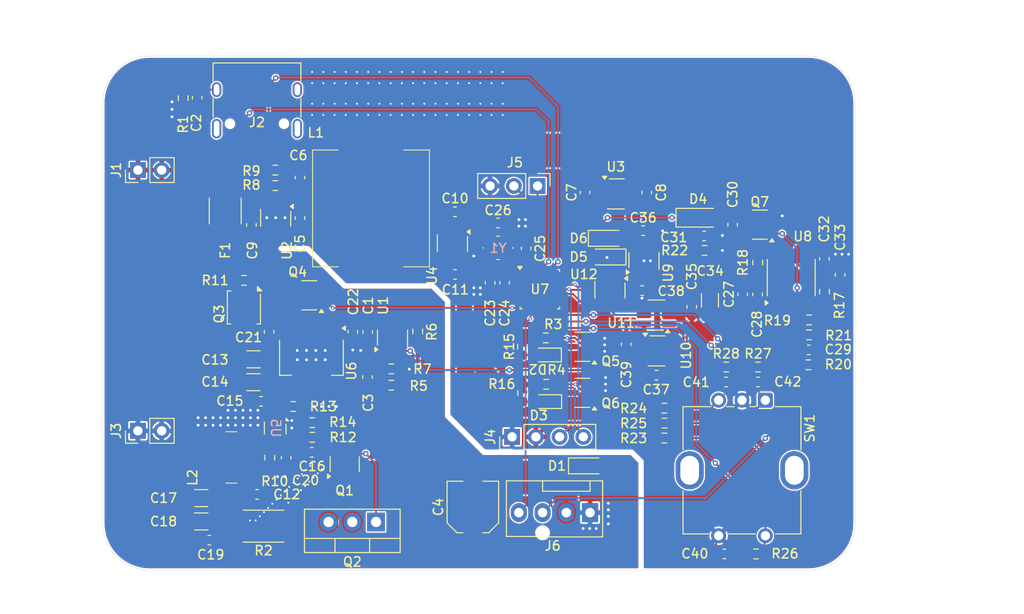
<source format=kicad_pcb>
(kicad_pcb (version 20240108) (generator "pcbnew") (generator_version "8.0")
  (layers (0 "F.Cu" signal "Front") (31 "B.Cu" signal "Back") (34 "B.Paste" user) (35 "F.Paste" user) (36 "B.SilkS" user "B.Silkscreen") (37 "F.SilkS" user "F.Silkscreen") (38 "B.Mask" user) (39 "F.Mask" user) (44 "Edge.Cuts" user))
  (net 0 "")
  (net 1 "+18V_ANA")
  (net 2 "GND")
  (net 3 "Net-(J2-SHIELD)")
  (net 4 "Net-(U1--)")
  (net 5 "Net-(C3-Pad2)")
  (net 6 "/vcc_fan")
  (net 7 "Net-(U2-SW)")
  (net 8 "Net-(U2-CB)")
  (net 9 "+3V6")
  (net 10 "+3V3_ANA")
  (net 11 "VBUS")
  (net 12 "+3V3_DIGI")
  (net 13 "Net-(U5-SW)")
  (net 14 "Net-(C12-Pad2)")
  (net 15 "VBUS_FAN")
  (net 16 "+15V_FAN")
  (net 17 "Net-(U5-FB)")
  (net 18 "Net-(U5-SS)")
  (net 19 "/microcontroller/osc_in")
  (net 20 "/microcontroller/osc_out")
  (net 21 "Net-(C29-Pad1)")
  (net 22 "Net-(U8-TR)")
  (net 23 "Net-(D4-A)")
  (net 24 "/analogue/adc_in")
  (net 25 "Net-(U8-CV)")
  (net 26 "Net-(U8-DIS)")
  (net 27 "/analogue/+3V_REF_ADC")
  (net 28 "/analogue/+3V_REF_DAC")
  (net 29 "/pb")
  (net 30 "/enc_B")
  (net 31 "/enc_A")
  (net 32 "Net-(D2-K)")
  (net 33 "Net-(D2-A)")
  (net 34 "Net-(D3-K)")
  (net 35 "Net-(D3-A)")
  (net 36 "/uc_cc2")
  (net 37 "/uc_cc1")
  (net 38 "/i2c_scl")
  (net 39 "/i2c_sda")
  (net 40 "/uc_rx")
  (net 41 "/uc_tx")
  (net 42 "/pwm_fan")
  (net 43 "/tach_fan")
  (net 44 "Net-(Q1-C)")
  (net 45 "Net-(Q1-B)")
  (net 46 "/en_fan")
  (net 47 "Net-(Q7-G)")
  (net 48 "Net-(U2-FB)")
  (net 49 "Net-(U5-BST)")
  (net 50 "Net-(Q3-G)")
  (net 51 "Net-(U5-RT)")
  (net 52 "Net-(R23-Pad2)")
  (net 53 "Net-(R24-Pad1)")
  (net 54 "Net-(R25-Pad1)")
  (net 55 "/v_ctrl")
  (net 60 "/adc_alert")
  (net 62 "VIN")
  (footprint "Resistor_SMD:R_0603_1608Metric_Pad0.98x0.95mm_HandSolder" (layer "F.Cu") (at 72.6 88.0025 90)
    (property "Reference" "R1")
    (property "Value" "R_US")
  )
  (footprint "Capacitor_SMD:C_0603_1608Metric_Pad1.08x0.95mm_HandSolder" (layer "F.Cu") (at 139.55 114.9375 180)
    (property "Reference" "C29")
    (property "Value" "100n")
  )
  (footprint "Package_TO_SOT_SMD:SOT-23-6_Handsoldering" (layer "F.Cu") (at 121.9075 105.43 90)
    (property "Reference" "U9")
    (property "Value" "MCP1501-30xCH")
  )
  (footprint "Package_DFN_QFN:QFN-28_4x4mm_P0.5mm" (layer "F.Cu") (at 110.77 108.45)
    (property "Reference" "U7")
    (property "Value" "STM32G071GBUxN")
  )
  (footprint "Package_TO_SOT_SMD:SOT-23-5_HandSoldering" (layer "F.Cu") (at 101.4125 103.5125 -90)
    (property "Reference" "U4")
    (property "Value" "TLV77333PDBVR")
  )
  (footprint "Resistor_SMD:R_0603_1608Metric_Pad0.98x0.95mm_HandSolder" (layer "F.Cu") (at 94.875 118.725 180)
    (property "Reference" "R5")
    (property "Value" "100")
  )
  (footprint "Capacitor_SMD:C_0603_1608Metric_Pad1.08x0.95mm_HandSolder" (layer "F.Cu") (at 120 114.35 90)
    (property "Reference" "C39")
    (property "Value" "1n")
  )
  (footprint "Resistor_SMD:R_0603_1608Metric_Pad0.98x0.95mm_HandSolder" (layer "F.Cu") (at 81.87 126.4725 -90)
    (property "Reference" "R10")
    (property "Value" "0")
  )
  (footprint "Package_TO_SOT_SMD:SOT-223-3_TabPin2" (layer "F.Cu") (at 86.325 115.75 -90)
    (property "Reference" "U6")
    (property "Value" "MCP1804T-J002I/DB")
  )
  (footprint "Resistor_SMD:R_0603_1608Metric_Pad0.98x0.95mm_HandSolder" (layer "F.Cu") (at 108.935 119.5625 -90)
    (property "Reference" "R16")
    (property "Value" "220")
  )
  (footprint "Package_SON:Diodes_PowerDI3333-8" (layer "F.Cu") (at 79.1 110.4 -90)
    (property "Reference" "Q3")
    (property "Value" "DMP3013SFV")
  )
  (footprint "Capacitor_SMD:C_0603_1608Metric_Pad1.08x0.95mm_HandSolder" (layer "F.Cu") (at 75.3975 135.3)
    (property "Reference" "C19")
    (property "Value" "100n")
  )
  (footprint "Resistor_SMD:R_0603_1608Metric_Pad0.98x0.95mm_HandSolder" (layer "F.Cu") (at 97.7 112.955 -90)
    (property "Reference" "R6")
    (property "Value" "60k")
  )
  (footprint "Connector_PinHeader_2.54mm:PinHeader_1x04_P2.54mm_Vertical" (layer "F.Cu") (at 107.8 124.248446 90)
    (property "Reference" "J4")
    (property "Value" "Conn_01x04")
  )
  (footprint "Connector_PinHeader_2.54mm:PinHeader_1x02_P2.54mm_Vertical" (layer "F.Cu") (at 67.76 95.7 90)
    (property "Reference" "J1")
    (property "Value" "Conn_01x02")
  )
  (footprint "LED_SMD:LED_0603_1608Metric_Pad1.05x0.95mm_HandSolder" (layer "F.Cu") (at 111.435 120.475 180)
    (property "Reference" "D3")
    (property "Value" "YELLOW")
  )
  (footprint "Capacitor_SMD:C_0603_1608Metric_Pad1.08x0.95mm_HandSolder" (layer "F.Cu") (at 132.4725 108.9875 90)
    (property "Reference" "C27")
    (property "Value" "1u")
  )
  (footprint "Resistor_SMD:R_0603_1608Metric_Pad0.98x0.95mm_HandSolder" (layer "F.Cu") (at 130.7125 116.775)
    (property "Reference" "R28")
    (property "Value" "10k")
  )
  (footprint "Resistor_SMD:R_0603_1608Metric_Pad0.98x0.95mm_HandSolder" (layer "F.Cu") (at 139.5 116.5375)
    (property "Reference" "R20")
    (property "Value" "10k")
  )
  (footprint "Capacitor_SMD:C_0603_1608Metric_Pad1.08x0.95mm_HandSolder" (layer "F.Cu") (at 121.82 102.18 180)
    (property "Reference" "C36")
    (property "Value" "100n")
  )
  (footprint "Capacitor_SMD:C_0603_1608Metric_Pad1.08x0.95mm_HandSolder" (layer "F.Cu") (at 142.9 106.9 -90)
    (property "Reference" "C33")
    (property "Value" "100n")
  )
  (footprint "Diode_SMD:D_SOD-323_HandSoldering" (layer "F.Cu") (at 115.84 127.354291)
    (property "Reference" "D1")
    (property "Value" "PEGM3030EX")
  )
  (footprint "Connector_PinHeader_2.54mm:PinHeader_1x02_P2.54mm_Vertical" (layer "F.Cu") (at 67.76 123.6 90)
    (property "Reference" "J3")
    (property "Value" "Conn_01x02")
  )
  (footprint "Capacitor_SMD:C_0603_1608Metric_Pad1.08x0.95mm_HandSolder" (layer "F.Cu") (at 134.1125 118.375)
    (property "Reference" "C42")
    (property "Value" "10n")
  )
  (footprint "Package_TO_SOT_SMD:SOT-23-3" (layer "F.Cu") (at 115.3125 119.535 180)
    (property "Reference" "Q6")
    (property "Value" "BSS138")
  )
  (footprint "Capacitor_SMD:C_0603_1608Metric_Pad1.08x0.95mm_HandSolder" (layer "F.Cu") (at 85.1 100.8375 90)
    (property "Reference" "C5")
    (property "Value" "0.1u")
  )
  (footprint "Resistor_SMD:R_0603_1608Metric_Pad0.98x0.95mm_HandSolder" (layer "F.Cu") (at 139.5875 111.7375 180)
    (property "Reference" "R19")
    (property "Value" "10k")
  )
  (footprint "Capacitor_SMD:C_0603_1608Metric_Pad1.08x0.95mm_HandSolder" (layer "F.Cu") (at 85.1 96.5 90)
    (property "Reference" "C6")
    (property "Value" "1u")
  )
  (footprint "proj_footprints:WURTH_WE-PD2" (layer "F.Cu") (at 77.75 126.45 180)
    (property "Reference" "L2")
    (property "Value" "2.7u")
  )
  (footprint "Package_SO:SOIC-8_3.9x4.9mm_P1.27mm" (layer "F.Cu") (at 137.665 107.2125 90)
    (property "Reference" "U8")
    (property "Value" "TLC555xD")
  )
  (footprint "Capacitor_SMD:C_1206_3216Metric_Pad1.33x1.80mm_HandSolder" (layer "F.Cu") (at 80.125 115.95)
    (property "Reference" "C13")
    (property "Value" "10u")
  )
  (footprint "Resistor_SMD:R_0603_1608Metric_Pad0.98x0.95mm_HandSolder" (layer "F.Cu") (at 84.375 121)
    (property "Reference" "R13")
    (property "Value" "17k")
  )
  (footprint "Resistor_SMD:R_0603_1608Metric_Pad0.98x0.95mm_HandSolder" (layer "F.Cu") (at 128.3875 104.3)
    (property "Reference" "R22")
    (property "Value" "1.5M")
  )
  (footprint "Package_TO_SOT_SMD:SOT-23-5_HandSoldering" (layer "F.Cu") (at 95 113.705 90)
    (property "Reference" "U1")
    (property "Value" "TLV9301xDBV")
  )
  (footprint "Capacitor_SMD:C_0603_1608Metric_Pad1.08x0.95mm_HandSolder" (layer "F.Cu") (at 80.5 130.4)
    (property "Reference" "C12")
    (property "Value" "0.1u")
  )
  (footprint "Resistor_SMD:R_0603_1608Metric_Pad0.98x0.95mm_HandSolder" (layer "F.Cu") (at 108.9125 114.5975 -90)
    (property "Reference" "R15")
    (property "Value" "220")
  )
  (footprint "Capacitor_SMD:C_0603_1608Metric_Pad1.08x0.95mm_HandSolder" (layer "F.Cu") (at 101.6875 106.8625)
    (property "Reference" "C11")
    (property "Value" "1u")
  )
  (footprint "Capacitor_SMD:C_0603_1608Metric_Pad1.08x0.95mm_HandSolder" (layer "F.Cu") (at 92.35 113.005 90)
    (property "Reference" "C1")
    (property "Value" "100n")
  )
  (footprint "Rotary_Encoder:RotaryEncoder_Bourns_Vertical_PEC12R-3x17F-Sxxxx" (layer "F.Cu") (at 134.9 120.325 -90)
    (property "Reference" "SW1")
    (property "Value" "PEC12R-4220F-N0024")
  )
  (footprint "Capacitor_SMD:C_0603_1608Metric_Pad1.08x0.95mm_HandSolder" (layer "F.Cu") (at 79.9 101.5625 -90)
    (property "Reference" "C9")
    (property "Value" "2.2u")
  )
  (footprint "proj_footprints:YIC_XTAL" (layer "F.Cu") (at 106.2975 104.025 180)
    (property "Reference" "Y1")
    (property "Value" "12M20P2/XT324-10/10")
  )
  (footprint "LED_SMD:LED_0603_1608Metric_Pad1.05x0.95mm_HandSolder" (layer "F.Cu") (at 111.4125 115.485 180)
    (property "Reference" "D2")
    (property "Value" "GREEN")
  )
  (footprint "Capacitor_SMD:C_Elec_5x5.8" (layer "F.Cu") (at 103.6 131.754291 90)
    (property "Reference" "C4")
    (property "Value" "10u")
  )
  (footprint "Package_TO_SOT_SMD:SOT-23-3" (layer "F.Cu") (at 134.3 101.5375 180)
    (property "Reference" "Q7")
    (property "Value" "BSS138")
  )
  (footprint "Package_TO_SOT_SMD:SOT-583-8" (layer "F.Cu") (at 82.45 123.29 -90)
    (property "Reference" "U5")
    (property "Value" "TPS62933")
  )
  (footprint "Capacitor_SMD:C_0603_1608Metric_Pad1.08x0.95mm_HandSolder" (layer "F.Cu") (at 109.2975 104.075 -90)
    (property "Reference" "C25")
    (property "Value" "20p")
  )
  (footprint "Fuse:Fuse_1812_4532Metric_Pad1.30x3.40mm_HandSolder" (layer "F.Cu") (at 77.1 100.075 90)
    (property "Reference" "F1")
    (property "Value" "0ZCG0200FF2C")
  )
  (footprint "Resistor_SMD:R_0603_1608Metric_Pad0.98x0.95mm_HandSolder" (layer "F.Cu") (at 111.435 118.625)
    (property "Reference" "R4")
    (property "Value" "10k")
  )
  (footprint "Capacitor_SMD:C_0603_1608Metric_Pad1.08x0.95mm_HandSolder" (layer "F.Cu") (at 121.72 108.6 180)
    (property "Reference" "C38")
    (property "Value" "1n")
  )
  (footprint "Connector:FanPinHeader_1x04_P2.54mm_Vertical" (layer "F.Cu") (at 116.14 132.354291 180)
    (property "Reference" "J6")
    (property "Value" "Conn_01x04")
  )
  (footprint "Diode_SMD:D_SOD-123" (layer "F.Cu") (at 127.7 100.8)
    (property "Reference" "D4")
    (property "Value" "BAT43W-7")
  )
  (footprint "Package_TO_SOT_SMD:SOT-23-5_HandSoldering" (layer "F.Cu") (at 118.9 98.25)
    (property "Reference" "U3")
    (property "Value" "TLV77333PDBVR")
  )
  (footprint "Capacitor_SMD:C_0603_1608Metric_Pad1.08x0.95mm_HandSolder" (layer "F.Cu") (at 83.62 126.4725 90)
    (property "Reference" "C20")
    (property "Value" "330n")
  )
  (footprint "Diode_SMD:D_SOD-323_HandSoldering" (layer "F.Cu") (at 117.97 105 180)
    (property "Reference" "D5")
    (property "Value" "CUS10S30,H3F")
  )
  (footprint "Capacitor_SMD:C_0603_1608Metric_Pad1.08x0.95mm_HandSolder" (layer "F.Cu") (at 130.7 118.375 180)
    (property "Reference" "C41")
    (property "Value" "10n")
  )
  (footprint "Package_TO_SOT_SMD:SOT-23-3" (layer "F.Cu") (at 89.885 127.1775 90)
    (property "Reference" "Q1")
    (property "Value" "BC859")
  )
  (footprint "Diode_SMD:D_SOD-323_HandSoldering" (layer "F.Cu") (at 117.97 103)
    (property "Reference" "D6")
    (property "Value" "CUS10S30,H3F")
  )
  (footprint "Package_TO_SOT_SMD:SOT-23-6_Handsoldering" (layer "F.Cu") (at 82.5 100.8 -90)
    (property "Reference" "U2")
    (property "Value" "TPS560430YDBVR")
  )
  (footprint "Package_TO_SOT_SMD:SOT-23-6_Handsoldering" (layer "F.Cu") (at 123.25 111.21 180)
    (property "Reference" "U11")
    (property "Value" "MCP4706A2T-E/CH")
  )
  (footprint "Capacitor_SMD:C_0603_1608Metric_Pad1.08x0.95mm_HandSolder" (layer "F.Cu") (at 105.45 107.7625 90)
    (property "Reference" "C23")
    (property "Value" "4.7u")
  )
  (footprint "Package_TO_SOT_SMD:SOT-23-3" (layer "F.Cu") (at 115.3025 114.61 180)
    (property "Reference" "Q5")
    (property "Value" "BSS138")
  )
  (footprint "Resistor_SMD:R_0603_1608Metric_Pad0.98x0.95mm_HandSolder" (layer "F.Cu") (at 86.42 122.73)
    (property "Reference" "R14")
    (property "Value" "10k")
  )
  (footprint "Capacitor_SMD:C_0603_1608Metric_Pad1.08x0.95mm_HandSolder" (layer "F.Cu") (at 74.1 87.9525 -90)
    (property "Reference" "C2")
    (property "Value" "C")
  )
  (footprint "Package_TO_SOT_SMD:SOT-23-3" (layer "F.Cu") (at 86.1 109.1 180)
    (property "Reference" "Q4")
    (property "Value" "BSS138")
  )
  (footprint "Capacitor_SMD:C_0603_1608Metric_Pad1.08x0.95mm_HandSolder" (layer "F.Cu") (at 101.6875 100.1625)
    (property "Reference" "C10")
    (property "Value" "1u")
  )
  (footprint "Resistor_SMD:R_0603_1608Metric_Pad0.98x0.95mm_HandSolder" (layer "F.Cu") (at 141.2225 108.7 90)
    (property "Reference" "R17")
    (property "Value" "15k")
  )
  (footprint "Resistor_SMD:R_0603_1608Metric_Pad0.98x0.95mm_HandSolder" (layer "F.Cu") (at 133.9 136.775)
    (property "Reference" "R26")
    (property "Value" "10k")
  )
  (footprint "Resistor_SMD:R_0603_1608Metric_Pad0.98x0.95mm_HandSolder" (layer "F.Cu") (at 124.1 121.175 180)
    (property "Reference" "R24")
    (property "Value" "10k")
  )
  (footprint "Capacitor_SMD:C_1206_3216Metric_Pad1.33x1.80mm_HandSolder" (layer "F.Cu") (at 128.97 109.6375 90)
    (property "Reference" "C34")
    (property "Value" "10u")
  )
  (footprint "Capacitor_SMD:C_0603_1608Metric_Pad1.08x0.95mm_HandSolder" (layer "F.Cu") (at 128.3375 102.75 180)
    (property "Reference" "C31")
    (property "Value" "1u")
  )
  (footprint "Capacitor_SMD:C_0603_1608Metric_Pad1.08x0.95mm_HandSolder" (layer "F.Cu") (at 141.2225 105.2 90)
    (property "Reference" "C32")
    (property "Value" "10n")
  )
  (footprint "Resistor_SMD:R_0603_1608Metric_Pad0.98x0.95mm_HandSolder" (layer "F.Cu") (at 139.5625 113.3375)
    (property "Reference" "R21")
    (property "Value" "10k")
  )
  (footprint "Capacitor_SMD:C_0603_1608Metric_Pad1.08x0.95mm_HandSolder" (layer "F.Cu") (at 107 107.7625 90)
    (property "Reference" "C24")
    (property "Value" "100n")
  )
  (footprint "Capacitor_SMD:C_0603_1608Metric_Pad1.08x0.95mm_HandSolder" (layer "F.Cu") (at 122.2 98.1 90)
    (property "Reference" "C8")
    (property "Value" "1u")
  )
  (footprint "Capacitor_SMD:C_1206_3216Metric_Pad1.33x1.80mm_HandSolder" (layer "F.Cu") (at 74.5375 130.8)
    (property "Reference" "C17")
    (property "Value" "10u")
  )
  (footprint "Capacitor_SMD:C_0603_1608Metric_Pad1.08x0.95mm_HandSolder" (layer "F.Cu") (at 131.4 101.55 90)
    (property "Reference" "C30")
    (property "Value" "1u")
  )
  (footprint "Package_TO_SOT_THT:TO-220-3_Vertical" (layer "F.Cu") (at 93.24 133.355 180)
    (property "Reference" "Q2")
    (property "Value" "IRF9520")
  )
  (footprint "Capacitor_SMD:C_0603_1608Metric_Pad1.08x0.95mm_HandSolder" (layer "F.Cu") (at 115.6 98.1 90)
    (property "Reference" "C7")
    (property "Value" "1u")
  )
  (footprint "Capacitor_SMD:C_0603_1608Metric_Pad1.08x0.95mm_HandSolder" (layer "F.Cu") (at 80.9375 120.45)
    (property "Reference" "C15")
    (property "Value" "100n")
  )
  (footprint "Capacitor_SMD:C_0603_1608Metric_Pad1.08x0.95mm_HandSolder" (layer "F.Cu") (at 134.0725 109.0125 90)
    (property "Reference" "C28")
    (property "Value" "100n")
  )
  (footprint "Capacitor_SMD:C_0603_1608Metric_Pad1.08x0.95mm_HandSolder" (layer "F.Cu") (at 90.75 113 90)
    (property "Reference" "C22")
    (property "Value" "1u")
  )
  (footprint "Capacitor_SMD:C_0603_1608Metric_Pad1.08x0.95mm_HandSolder" (layer "F.Cu") (at 123.25 117.65)
    (property "Reference" "C37")
    (property "Value" "100n")
  )
  (footprint "Resistor_SMD:R_0603_1608Metric_Pad0.98x0.95mm_HandSolder" (layer "F.Cu") (at 86.4125 124.29 180)
    (property "Reference" "R12")
    (property "Value" "178k")
  )
  (footprint "Package_TO_SOT_SMD:SOT-23-6_Handsoldering" (layer "F.Cu") (at 118.27 108.49 -90)
    (property "Reference" "U12")
    (property "Value" "ADC081C021CIMKX/NOPB")
  )
  (footprint "Resistor_SMD:R_2512_6332Metric_Pad1.40x3.35mm_HandSolder" (layer "F.Cu") (at 81.2 133.8 180)
    (property "Reference" "R2")
    (property "Value" "330m")
  )
  (footprint "Connector_PinHeader_2.54mm:PinHeader_1x03_P2.54mm_Vertical" (layer "F.Cu") (at 110.525 97.4 -90)
    (property "Reference" "J5")
    (property "Value" "Conn_01x03")
  )
  (footprint "Capacitor_SMD:C_0603_1608Metric_Pad1.08x0.95mm_HandSolder" (layer "F.Cu") (at 86.3625 125.9)
    (property "Reference" "C16")
    (property "Value" "10p")
  )
  (footprint "Package_TO_SOT_SMD:SOT-23-6_Handsoldering" (layer "F.Cu") (at 123.25 115.05)
    (property "Reference" "U10")
    (property "Value" "MCP1501-30xCH")
  )
  (footprint "Resistor_SMD:R_0603_1608Metric_Pad0.98x0.95mm_HandSolder" (layer "F.Cu") (at 134.0875 105.6 90)
    (property "Reference" "R18")
    (property "Value" "65k")
  )
  (footprint "Resistor_SMD:R_0603_1608Metric_Pad0.98x0.95mm_HandSolder" (layer "F.Cu") (at 94.875 116.975 180)
    (property "Reference" "R7")
    (property "Value" "20k")
  )
  (footprint "Resistor_SMD:R_0603_1608Metric_Pad0.98x0.95mm_HandSolder" (layer "F.Cu") (at 82.4625 95.7 180)
    (property "Reference" "R8")
    (property "Value" "71.5k")
  )
  (footprint "Capacitor_SMD:C_0603_1608Metric_Pad1.08x0.95mm_HandSolder" (layer "F.Cu") (at 106.2975 101.3625 180)
    (property "Reference" "C26")
    (property "Value" "20p")
  )
  (footprint "Capacitor_SMD:C_0603_1608Metric_Pad1.08x0.95mm_HandSolder" (layer "F.Cu") (at 130.5 136.775)
    (property "Reference" "C40")
    (property "Value" "10n")
  )
  (footprint "Resistor_SMD:R_0603_1608Metric_Pad0.98x0.95mm_HandSolder" (layer "F.Cu") (at 111.4 113.66)
    (property "Reference" "R3")
    (property "Value" "10k")
  )
  (footprint "Resistor_SMD:R_0603_1608Metric_Pad0.98x0.95mm_HandSolder" (layer "F.Cu") (at 79.1 107.5025 180)
    (property "Reference" "R11")
    (property "Value" "50k")
  )
  (footprint "Capacitor_SMD:C_1206_3216Metric_Pad1.33x1.80mm_HandSolder" (layer "F.Cu") (at 74.5375 133.3)
    (property "Reference" "C18")
    (property "Value" "10u")
  )
  (footprint "proj_footprints:EATON_DR125" (layer "F.Cu") (at 92.7 99.8 90)
    (property "Reference" "L1")
    (property "Value" "82u")
  )
  (footprint "Resistor_SMD:R_0603_1608Metric_Pad0.98x0.95mm_HandSolder" (layer "F.Cu") (at 124.1 124.375)
    (property "Reference" "R23")
    (property "Value" "10k")
  )
  (footprint "Capacitor_SMD:C_1206_3216Metric_Pad1.33x1.80mm_HandSolder" (layer "F.Cu") (at 80.125 118.4)
    (property "Reference" "C14")
    (property "Value" "10u")
  )
  (footprint "Resistor_SMD:R_0603_1608Metric_Pad0.98x0.95mm_HandSolder" (layer "F.Cu") (at 124.1 122.775 180)
    (property "Reference" "R25")
    (property "Value" "10k")
  )
  (footprint "Capacitor_SMD:C_0603_1608Metric_Pad1.08x0.95mm_HandSolder" (layer "F.Cu") (at 127.02 110.3375 90)
    (property "Reference" "C35")
    (property "Value" "0.1u")
  )
  (footprint "Capacitor_SMD:C_0603_1608Metric_Pad1.08x0.95mm_HandSolder" (layer "F.Cu") (at 81.8 113 90)
    (property "Reference" "C21")
    (property "Value" "1u")
  )
  (footprint "Capacitor_SMD:C_0603_1608Metric_Pad1.08x0.95mm_HandSolder" (layer "F.Cu") (at 92.325 117.85 -90)
    (property "Reference" "C3")
    (property "Value" "1n")
  )
  (footprint "Resistor_SMD:R_0603_1608Metric_Pad0.98x0.95mm_HandSolder" (layer "F.Cu") (at 82.4625 97.3625)
    (property "Reference" "R9")
    (property "Value" "27k")
  )
  (footprint "Resistor_SMD:R_0603_1608Metric_Pad0.98x0.95mm_HandSolder" (layer "F.Cu") (at 134.1125 116.775 180)
    (property "Reference" "R27")
    (property "Value" "10k")
  )
  (footprint "Connector_USB:USB_C_Receptacle_HRO_TYPE-C-31-M-12" (layer "F.Cu") (at 80.5 88.14 180)
    (property "Reference" "J2")
    (property "Value" "10164359-00011LF")
  )
  (gr_arc (start 69 138.5) (mid 65.464466 137.035534) (end 64 133.5) (stroke (width 0.0381)) (layer "Edge.Cuts"))
  (gr_line (start 64 133.5) (end 64 88.5) (stroke (width 0.0381)) (layer "Edge.Cuts"))
  (gr_line (start 144.5 88.5) (end 144.5 133.5) (stroke (width 0.0381)) (layer "Edge.Cuts"))
  (gr_arc (start 144.5 133.5) (mid 143.035534 137.035534) (end 139.5 138.5) (stroke (width 0.0381)) (layer "Edge.Cuts"))
  (gr_line (start 139.5 138.5) (end 69 138.5) (stroke (width 0.0381)) (layer "Edge.Cuts"))
  (gr_line (start 69 83.5) (end 139.5 83.5) (stroke (width 0.0381)) (layer "Edge.Cuts"))
  (gr_arc (start 64 88.5) (mid 65.464466 84.964466) (end 69 83.5) (stroke (width 0.0381)) (layer "Edge.Cuts"))
  (gr_arc (start 139.5 83.5) (mid 143.035534 84.964466) (end 144.5 88.5) (stroke (width 0.0381)) (layer "Edge.Cuts"))
  (segment (start 133.25 118.375) (end 133.25 119.475) (width 0.127) (layer "F.Cu") (net 2))
  (segment (start 129.6375 136.775) (end 129.6375 135.0875) (width 0.2) (layer "F.Cu") (net 2))
  (segment (start 142.875 106.0625) (end 142.9 106.0375) (width 0.4) (layer "F.Cu") (net 2))
  (segment (start 141.2225 106.0625) (end 142.875 106.0625) (width 0.4) (layer "F.Cu") (net 2))
  (segment (start 121.9075 105.4) (end 122.6 105.4) (width 0.2) (layer "F.Cu") (net 2))
  (segment (start 135.45 100.6) (end 135.4375 100.5875) (width 0.4) (layer "F.Cu") (net 2))
  (segment (start 131.5625 118.375) (end 131.5625 119.4875) (width 0.127) (layer "F.Cu") (net 2))
  (segment (start 136.7 100.6) (end 135.45 100.6) (width 0.4) (layer "F.Cu") (net 2))
  (segment (start 72.7 88.815) (end 72.6 88.915) (width 0.2) (layer "F.Cu") (net 2))
  (segment (start 82.6625 113.8625) (end 84.8 116) (width 0.4) (layer "F.Cu") (net 2))
  (segment (start 117.9 105) (end 117.9 104.32) (width 0.2) (layer "F.Cu") (net 2))
  (segment (start 95 115.055) (end 95 116.1875) (width 0.4) (layer "F.Cu") (net 2))
  (segment (start 86.225 109.1625) (end 86.225 112.5) (width 0.4) (layer "F.Cu") (net 2))
  (segment (start 131.4 102.4125) (end 130.5875 102.4125) (width 0.4) (layer "F.Cu") (net 2))
  (segment (start 130.3 104.3) (end 129.3 104.3) (width 0.4) (layer "F.Cu") (net 2))
  (segment (start 105.1225 104.9) (end 105.1975 104.825) (width 0.2) (layer "F.Cu") (net 2))
  (segment (start 95.8125 117) (end 95.7875 116.975) (width 0.4) (layer "F.Cu") (net 2))
  (segment (start 117.95 105.05) (end 117.9 105) (width 0.2) (layer "F.Cu") (net 2))
  (segment (start 96.8 117) (end 95.8125 117) (width 0.4) (layer "F.Cu") (net 2))
  (segment (start 95 116.1875) (end 95.7875 116.975) (width 0.4) (layer "F.Cu") (net 2))
  (segment (start 121.9075 104.08) (end 121.9075 105.4) (width 0.2) (layer "F.Cu") (net 2))
  (segment (start 74.1 88.815) (end 72.7 88.815) (width 0.2) (layer "F.Cu") (net 2))
  (segment (start 92.35 113.8675) (end 92.35 114.25) (width 0.4) (layer "F.Cu") (net 2))
  (segment (start 103.7 104.9) (end 105.1225 104.9) (width 0.2) (layer "F.Cu") (net 2))
  (segment (start 118.27 107.14) (end 118.27 105.37) (width 0.2) (layer "F.Cu") (net 2))
  (segment (start 122.5825 108.6) (end 122.5 108.6) (width 0.2) (layer "F.Cu") (net 2))
  (segment (start 117.9 104.32) (end 119.22 103) (width 0.2) (layer "F.Cu") (net 2))
  (segment (start 129.6375 135.0875) (end 129.9 134.825) (width 0.2) (layer "F.Cu") (net 2))
  (segment (start 122.5 108.6) (end 121.7 109.4) (width 0.2) (layer "F.Cu") (net 2))
  (segment (start 90.75 114.95) (end 90.75 113.8625) (width 0.4) (layer "F.Cu") (net 2))
  (segment (start 81.8 113.8625) (end 82.6625 113.8625) (width 0.4) (layer "F.Cu") (net 2))
  (segment (start 122.8575 105.6575) (end 122.8575 106.78) (width 0.2) (layer "F.Cu") (net 2))
  (segment (start 92.35 114.25) (end 91.6 115) (width 0.4) (layer "F.Cu") (net 2))
  (segment (start 130.3 102.7) (end 129.25 102.7) (width 0.4) (layer "F.Cu") (net 2))
  (segment (start 131.5625 119.4875) (end 132.4 120.325) (width 0.127) (layer "F.Cu") (net 2))
  (segment (start 129.25 102.7) (end 129.2 102.75) (width 0.4) (layer "F.Cu") (net 2))
  (segment (start 121.9075 105.4) (end 121.9075 106.78) (width 0.2) (layer "F.Cu") (net 2))
  (segment (start 118.27 105.37) (end 117.95 105.05) (width 0.2) (layer "F.Cu") (net 2))
  (segment (start 133.25 119.475) (end 132.4 120.325) (width 0.127) (layer "F.Cu") (net 2))
  (segment (start 87.2375 108.15) (end 86.225 109.1625) (width 0.4) (layer "F.Cu") (net 2))
  (segment (start 86.225 112.5) (end 86.325 112.6) (width 0.4) (layer "F.Cu") (net 2))
  (segment (start 122.6 105.4) (end 122.8575 105.6575) (width 0.2) (layer "F.Cu") (net 2))
  (segment (start 130.5875 102.4125) (end 130.3 102.7) (width 0.4) (layer "F.Cu") (net 2))
  (via (at 108.5275 101) (size 0.6) (drill 0.3) (layers "F.Cu" "B.Cu") (net 2))
  (via (at 97.2 88.6) (size 0.4) (drill 0.2) (layers "F.Cu" "B.Cu") (net 2))
  (via (at 98.4 88.6) (size 0.4) (drill 0.2) (layers "F.Cu" "B.Cu") (net 2))
  (via (at 79.75 133.2) (size 0.4) (drill 0.2) (layers "F.Cu" "B.Cu") (net 2))
  (via (at 88.8 88.6) (size 0.4) (drill 0.2) (layers "F.Cu" "B.Cu") (net 2))
  (via (at 77.4 121.4) (size 0.6) (drill 0.3) (layers "F.Cu" "B.Cu") (net 2))
  (via (at 90 85.2) (size 0.4) (drill 0.2) (layers "F.Cu" "B.Cu") (net 2))
  (via (at 86.4 89.8) (size 0.4) (drill 0.2) (layers "F.Cu" "B.Cu") (net 2))
  (via (at 82.5 100.8) (size 0.6) (drill 0.3) (layers "F.Cu" "B.Cu") (net 2))
  (via (at 79.8 121.4) (size 0.6) (drill 0.3) (layers "F.Cu" "B.Cu") (net 2))
  (via (at 85.8 116) (size 0.6) (drill 0.3) (layers "F.Cu" "B.Cu") (net 2))
  (via (at 123.9 102.2) (size 0.6) (drill 0.3) (layers "F.Cu" "B.Cu") (net 2))
  (via (at 76.6 123) (size 0.6) (drill 0.3) (layers "F.Cu" "B.Cu") (net 2))
  (via (at 71.4 90) (size 0.6) (drill 0.3) (layers "F.Cu" "B.Cu") (net 2))
  (via (at 80.8 132.75) (size 0.4) (drill 0.2) (layers "F.Cu" "B.Cu") (net 2))
  (via (at 85.3 128.25) (size 0.4) (drill 0.2) (layers "F.Cu" "B.Cu") (net 2))
  (via (at 75.8 122.2) (size 0.6) (drill 0.3) (layers "F.Cu" "B.Cu") (net 2))
  (via (at 83.95 129.6) (size 0.4) (drill 0.2) (layers "F.Cu" "B.Cu") (net 2))
  (via (at 92.4 89.8) (size 0.4) (drill 0.2) (layers "F.Cu" "B.Cu") (net 2))
  (via (at 118.1 131.354291) (size 0.6) (drill 0.3) (layers "F.Cu" "B.Cu") (net 2))
  (via (at 103.2 86.4) (size 0.4) (drill 0.2) (layers "F.Cu" "B.Cu") (net 2))
  (via (at 86.8 115) (size 0.6) (drill 0.3) (layers "F.Cu" "B.Cu") (net 2))
  (via (at 78.2 121.4) (size 0.6) (drill 0.3) (layers "F.Cu" "B.Cu") (net 2))
  (via (at 103.2 85.2) (size 0.4) (drill 0.2) (layers "F.Cu" "B.Cu") (net 2))
  (via (at 117.95 105.05) (size 0.6) (drill 0.3) (layers "F.Cu" "B.Cu") (net 2))
  (via (at 83.5 130.05) (size 0.4) (drill 0.2) (layers "F.Cu" "B.Cu") (net 2))
  (via (at 103.7 108.3) (size 0.6) (drill 0.3) (layers "F.Cu" "B.Cu") (net 2))
  (via (at 106.8 86.4) (size 0.4) (drill 0.2) (layers "F.Cu" "B.Cu") (net 2))
  (via (at 115.4 134.054291) (size 0.6) (drill 0.3) (layers "F.Cu" "B.Cu") (net 2))
  (via (at 87.6 86.4) (size 0.4) (drill 0.2) (layers "F.Cu" "B.Cu") (net 2))
  (via (at 93.6 89.8) (size 0.4) (drill 0.2) (layers "F.Cu" "B.Cu") (net 2))
  (via (at 121.7 109.4) (size 0.6) (drill 0.3) (layers "F.Cu" "B.Cu") (net 2))
  (via (at 103.7 104.9) (size 0.6) (drill 0.3) (layers "F.Cu" "B.Cu") (net 2))
  (via (at 96 86.4) (size 0.4) (drill 0.2) (layers "F.Cu" "B.Cu") (net 2))
  (via (at 102 89.8) (size 0.4) (drill 0.2) (layers "F.Cu" "B.Cu") (net 2))
  (via (at 102 85.2) (size 0.4) (drill 0.2) (layers "F.Cu" "B.Cu") (net 2))
  (via (at 91.2 85.2) (size 0.4) (drill 0.2) (layers "F.Cu" "B.Cu") (net 2))
  (via (at 88.8 85.2) (size 0.4) (drill 0.2) (layers "F.Cu" "B.Cu") (net 2))
  (via (at 109.2275 101.7) (size 0.6) (drill 0.3) (layers "F.Cu" "B.Cu") (net 2))
  (via (at 84.4 129.15) (size 0.4) (drill 0.2) (layers "F.Cu" "B.Cu") (net 2))
  (via (at 84.8 116) (size 0.6) (drill 0.3) (layers "F.Cu" "B.Cu") (net 2))
  (via (at 84.75 130.4) (size 0.4) (drill 0.2) (layers "F.Cu" "B.Cu") (net 2))
  (via (at 83.85 131.3) (size 0.4) (drill 0.2) (layers "F.Cu" "B.Cu") (net 2))
  (via (at 104.4 109) (size 0.6) (drill 0.3) (layers "F.Cu" "B.Cu") (net 2))
  (via (at 104.4 89.8) (size 0.4) (drill 0.2) (layers "F.Cu" "B.Cu") (net 2))
  (via (at 83.5 128.5) (size 0.6) (drill 0.3) (layers "F.Cu" "B.Cu") (net 2))
  (via (at 79 123) (size 0.6) (drill 0.3) (layers "F.Cu" "B.Cu") (net 2))
  (via (at 80.6 122.2) (size 0.6) (drill 0.3) (layers "F.Cu" "B.Cu") (net 2))
  (via (at 130.3 102.7) (size 0.6) (drill 0.3) (layers "F.Cu" "B.Cu") (net 2))
  (via (at 104.4 88.6) (size 0.4) (drill 0.2) (layers "F.Cu" "B.Cu") (net 2))
  (via (at 78.2 122.2) (size 0.6) (drill 0.3) (layers "F.Cu" "B.Cu") (net 2))
  (via (at 117.7 115.1) (size 0.6) (drill 0.3) (layers "F.Cu" "B.Cu") (net 2))
  (via (at 104.4 108.3) (size 0.6) (drill 0.3) (layers "F.Cu" "B.Cu") (net 2))
  (via (at 118.1 132.754291) (size 0.6) (drill 0.3) (layers "F.Cu" "B.Cu") (net 2))
  (via (at 98.4 86.4) (size 0.4) (drill 0.2) (layers "F.Cu" "B.Cu") (net 2))
  (via (at 98.4 89.8) (size 0.4) (drill 0.2) (layers "F.Cu" "B.Cu") (net 2))
  (via (at 86.2 127.35) (size 0.4) (drill 0.2) (layers "F.Cu" "B.Cu") (net 2))
  (via (at 83.05 130.5) (size 0.4) (drill 0.2) (layers "F.Cu" "B.Cu") (net 2))
  (via (at 142.4 104.7) (size 0.6) (drill 0.3) (layers "F.Cu" "B.Cu") (net 2))
  (via (at 96 88.6) (size 0.4) (drill 0.2) (layers "F.Cu" "B.Cu") (net 2))
  (via (at 87.6 88.6) (size 0.4) (drill 0.2) (layers "F.Cu" "B.Cu") (net 2))
  (via (at 71.4 89.2) (size 0.6) (drill 0.3) (layers "F.Cu" "B.Cu") (net 2))
  (via (at 71.4 88.4) (size 0.6) (drill 0.3) (layers "F.Cu" "B.Cu") (net 2))
  (via (at 90 89.8) (size 0.4) (drill 0.2) (layers "F.Cu" "B.Cu") (net 2))
  (via (at 85.8 115) (size 0.6) (drill 0.3) (layers "F.Cu" "B.Cu") (net 2))
  (via (at 78.2 123) (size 0.6) (drill 0.3) (layers "F.Cu" "B.Cu") (net 2))
  (via (at 97.2 89.8) (size 0.4) (drill 0.2) (layers "F.Cu" "B.Cu") (net 2))
  (via (at 91.2 88.6) (size 0.4) (drill 0.2) (layers "F.Cu" "B.Cu") (net 2))
  (via (at 93.6 86.4) (size 0.4) (drill 0.2) (layers "F.Cu" "B.Cu") (net 2))
  (via (at 88.8 89.8) (size 0.4) (drill 0.2) (layers "F.Cu" "B.Cu") (net 2))
  (via (at 116.8 134.054291) (size 0.6) (drill 0.3) (layers "F.Cu" "B.Cu") (net 2))
  (via (at 94.8 86.4) (size 0.4) (drill 0.2) (layers "F.Cu" "B.Cu") (net 2))
  (via (at 102 86.4) (size 0.4) (drill 0.2) (layers "F.Cu" "B.Cu") (net 2))
  (via (at 94.8 88.6) (size 0.4) (drill 0.2) (layers "F.Cu" "B.Cu") (net 2))
  (via (at 88.2 121) (size 0.6) (drill 0.3) (layers "F.Cu" "B.Cu") (net 2))
  (via (at 77.4 123) (size 0.6) (drill 0.3) (layers "F.Cu" "B.Cu") (net 2))
  (via (at 91.6 115) (size 0.6) (drill 0.3) (layers "F.Cu" "B.Cu") (net 2))
  (via (at 90 86.4) (size 0.4) (drill 0.2) (layers "F.Cu" "B.Cu") (net 2))
  (via (at 118.1 132.054291) (size 0.6) (drill 0.3) (layers "F.Cu" "B.Cu") (net 2))
  (via (at 102 88.6) (size 0.4) (drill 0.2) (layers "F.Cu" "B.Cu") (net 2))
  (via (at 80.35 133.2) (size 0.4) (drill 0.2) (layers "F.Cu" "B.Cu") (net 2))
  (via (at 87.6 85.2) (size 0.4) (drill 0.2) (layers "F.Cu" "B.Cu") (net 2))
  (via (at 85.65 129.5) (size 0.4) (drill 0.2) (layers "F.Cu" "B.Cu") (net 2))
  (via (at 108.5275 101.7) (size 0.6) (drill 0.3) (layers "F.Cu" "B.Cu") (net 2))
  (via (at 86.4 88.6) (size 0.4) (drill 0.2) (layers "F.Cu" "B.Cu") (net 2))
  (via (at 84.225 123.3) (size 0.6) (drill 0.3) (layers "F.Cu" "B.Cu") (net 2))
  (via (at 96.8 117) (size 0.6) (drill 0.3) (layers "F.Cu" "B.Cu") (net 2))
  (via (at 74.2 122.2) (size 0.6) (drill 0.3) (layers "F.Cu" "B.Cu") (net 2))
  (via (at 96 89.8) (size 0.4) (drill 0.2) (layers "F.Cu" "B.Cu") (net 2))
  (via (at 87 128.15) (size 0.4) (drill 0.2) (layers "F.Cu" "B.Cu") (net 2))
  (via (at 118.1 133.554291) (size 0.6) (drill 0.3) (layers "F.Cu" "B.Cu") (net 2))
  (via (at 99.6 85.2) (size 0.4) (drill 0.2) (layers "F.Cu" "B.Cu") (net 2))
  (via (at 105.6 88.6) (size 0.4) (drill 0.2) (layers "F.Cu" "B.Cu") (net 2))
  (via (at 105.6 86.4) (size 0.4) (drill 0.2) (layers "F.Cu" "B.Cu") (net 2))
  (via (at 85.75 127.8) (size 0.4) (drill 0.2) (layers "F.Cu" "B.Cu") (net 2))
  (via (at 100.8 86.4) (size 0.4) (drill 0.2) (layers "F.Cu" "B.Cu") (net 2))
  (via (at 99.6 89.8) (size 0.4) (drill 0.2) (layers "F.Cu" "B.Cu") (net 2))
  (via (at 100.8 88.6) (size 0.4) (drill 0.2) (layers "F.Cu" "B.Cu") (net 2))
  (via (at 109.2275 101) (size 0.6) (drill 0.3) (layers "F.Cu" "B.Cu") (net 2))
  (via (at 87.4 121) (size 0.6) (drill 0.3) (layers "F.Cu" "B.Cu") (net 2))
  (via (at 84.3 130.85) (size 0.4) (drill 0.2) (layers "F.Cu" "B.Cu") (net 2))
  (via (at 143.1 104.7) (size 0.6) (drill 0.3) (layers "F.Cu" "B.Cu") (net 2))
  (via (at 87.45 127.7) (size 0.4) (drill 0.2) (layers "F.Cu" "B.Cu") (net 2))
  (via (at 91.2 89.8) (size 0.4) (drill 0.2) (layers "F.Cu" "B.Cu") (net 2))
  (via (at 87.6 89.8) (size 0.4) (drill 0.2) (layers "F.Cu" "B.Cu") (net 2))
  (via (at 121.9075 105.4) (size 0.6) (drill 0.3) (layers "F.Cu" "B.Cu") (net 2))
  (via (at 79 121.4) (size 0.6) (drill 0.3) (layers "F.Cu" "B.Cu") (net 2))
  (via (at 103.2 89.8) (size 0.4) (drill 0.2) (layers "F.Cu" "B.Cu") (net 2))
  (via (at 116.1 134.054291) (size 0.6) (drill 0.3) (layers "F.Cu" "B.Cu") (net 2))
  (via (at 77.4 122.2) (size 0.6) (drill 0.3) (layers "F.Cu" "B.Cu") (net 2))
  (via (at 86.65 126.9) (size 0.4) (drill 0.2) (layers "F.Cu" "B.Cu") (net 2))
  (via (at 122.6 105.4) (size 0.6) (drill 0.3) (layers "F.Cu" "B.Cu") (net 2))
  (via (at 103.2 88.6) (size 0.4) (drill 0.2) (layers "F.Cu" "B.Cu") (net 2))
  (via (at 84.85 128.7) (size 0.4) (drill 0.2) (layers "F.Cu" "B.Cu") (net 2))
  (via (at 85.2 129.95) (size 0.4) (drill 0.2) (layers "F.Cu" "B.Cu") (net 2))
  (via (at 106.8 89.8) (size 0.4) (drill 0.2) (layers "F.Cu" "B.Cu") (net 2))
  (via (at 90 88.6) (size 0.4) (drill 0.2) (layers "F.Cu" "B.Cu") (net 2))
  (via (at 87.8 115) (size 0.6) (drill 0.3) (layers "F.Cu" "B.Cu") (net 2))
  (via (at 117.7 114.4) (size 0.6) (drill 0.3) (layers "F.Cu" "B.Cu") (net 2))
  (via (at 99.6 88.6) (size 0.4) (drill 0.2) (layers "F.Cu" "B.Cu") (net 2))
  (via (at 86.1 129.05) (size 0.4) (drill 0.2) (layers "F.Cu" "B.Cu") (net 2))
  (via (at 86.6 121) (size 0.6) (drill 0.3) (layers "F.Cu" "B.Cu") (net 2))
  (via (at 100.8 89.8) (size 0.4) (drill 0.2) (layers "F.Cu" "B.Cu") (net 2))
  (via (at 75 122.2) (size 0.6) (drill 0.3) (layers "F.Cu" "B.Cu") (net 2))
  (via (at 79.8 122.2) (size 0.6) (drill 0.3) (layers "F.Cu" "B.Cu") (net 2))
  (via (at 92.4 85.2) (size 0.4) (drill 0.2) (layers "F.Cu" "B.Cu") (net 2))
  (via (at 79 122.2) (size 0.6) (drill 0.3) (layers "F.Cu" "B.Cu") (net 2))
  (via (at 81.25 132.3) (size 0.4) (drill 0.2) (layers "F.Cu" "B.Cu") (net 2))
  (via (at 96 85.2) (size 0.4) (drill 0.2) (layers "F.Cu" "B.Cu") (net 2))
  (via (at 136.7 100.6) (size 0.6) (drill 0.3) (layers "F.Cu" "B.Cu") (net 2))
  (via (at 105.6 85.2) (size 0.4) (drill 0.2) (layers "F.Cu" "B.Cu") (net 2))
  (via (at 117.8 119.3) (size 0.6) (drill 0.3) (layers "F.Cu" "B.Cu") (net 2))
  (via (at 90.75 114.95) (size 0.6) (drill 0.3) (layers "F.Cu" "B.Cu") (net 2))
  (via (at 81.7 131.85) (size 0.4) (drill 0.2) (layers "F.Cu" "B.Cu") (net 2))
  (via (at 82.7 128.5) (size 0.6) (drill 0.3) (layers "F.Cu" "B.Cu") (net 2))
  (via (at 103.7 109) (size 0.6) (drill 0.3) (layers "F.Cu" "B.Cu") (net 2))
  (via (at 88.8 86.4) (size 0.4) (drill 0.2) (layers "F.Cu" "B.Cu") (net 2))
  (via (at 130.3 104.3) (size 0.6) (drill 0.3) (layers "F.Cu" "B.Cu") (net 2))
  (via (at 98.4 85.2) (size 0.4) (drill 0.2) (layers "F.Cu" "B.Cu") (net 2))
  (via (at 75.8 123) (size 0.6) (drill 0.3) (layers "F.Cu" "B.Cu") (net 2))
  (via (at 86.8 116) (size 0.6) (drill 0.3) (layers "F.Cu" "B.Cu") (net 2))
  (via (at 82.15 131.4) (size 0.4) (drill 0.2) (layers "F.Cu" "B.Cu") (net 2))
  (via (at 117.8 118.6) (size 0.6) (drill 0.3) (layers "F.Cu" "B.Cu") (net 2))
  (via (at 80.6 123) (size 0.6) (drill 0.3) (layers "F.Cu" "B.Cu") (net 2))
  (via (at 86.55 128.6) (size 0.4) (drill 0.2) (layers "F.Cu" "B.Cu") (net 2))
  (via (at 82.6 130.95) (size 0.4) (drill 0.2) (layers "F.Cu" "B.Cu") (net 2))
  (via (at 74.2 123) (size 0.6) (drill 0.3) (layers "F.Cu" "B.Cu") (net 2))
  (via (at 99.6 86.4) (size 0.4) (drill 0.2) (layers "F.Cu" "B.Cu") (net 2))
  (via (at 80.6 121.4) (size 0.6) (drill 0.3) (layers "F.Cu" "B.Cu") (net 2))
  (via (at 100.8 85.2) (size 0.4) (drill 0.2) (layers "F.Cu" "B.Cu") (net 2))
  (via (at 91.2 86.4) (size 0.4) (drill 0.2) (layers "F.Cu" "B.Cu") (net 2))
  (via (at 86.4 85.2) (size 0.4) (drill 0.2) (layers "F.Cu" "B.Cu") (net 2))
  (via (at 106.8 88.6) (size 0.4) (drill 0.2) (layers "F.Cu" "B.Cu") (net 2))
  (via (at 93.6 88.6) (size 0.4) (drill 0.2) (layers "F.Cu" "B.Cu") (net 2))
  (via (at 106.8 85.2) (size 0.4) (drill 0.2) (layers "F.Cu" "B.Cu") (net 2))
  (via (at 94.8 85.2) (size 0.4) (drill 0.2) (layers "F.Cu" "B.Cu") (net 2))
  (via (at 97.2 86.4) (size 0.4) (drill 0.2) (layers "F.Cu" "B.Cu") (net 2))
  (via (at 86.4 86.4) (size 0.4) (drill 0.2) (layers "F.Cu" "B.Cu") (net 2))
  (via (at 97.2 85.2) (size 0.4) (drill 0.2) (layers "F.Cu" "B.Cu") (net 2))
  (via (at 117.8 117.9) (size 0.6) (drill 0.3) (layers "F.Cu" "B.Cu") (net 2))
  (via (at 94.8 89.8) (size 0.4) (drill 0.2) (layers "F.Cu" "B.Cu") (net 2))
  (via (at 84.225 122.5) (size 0.6) (drill 0.3) (layers "F.Cu" "B.Cu") (net 2))
  (via (at 83.5 100.8) (size 0.6) (drill 0.3) (layers "F.Cu" "B.Cu") (net 2))
  (via (at 79.8 123) (size 0.6) (drill 0.3) (layers "F.Cu" "B.Cu") (net 2))
  (via (at 87.8 116) (size 0.6) (drill 0.3) (layers "F.Cu" "B.Cu") (net 2))
  (via (at 105.6 89.8) (size 0.4) (drill 0.2) (layers "F.Cu" "B.Cu") (net 2))
  (via (at 89 121) (size 0.6) (drill 0.3) (layers "F.Cu" "B.Cu") (net 2))
  (via (at 84.8 115) (size 0.6) (drill 0.3) (layers "F.Cu" "B.Cu") (net 2))
  (via (at 104.4 85.2) (size 0.4) (drill 0.2) (layers "F.Cu" "B.Cu") (net 2))
  (via (at 81.55 100.8) (size 0.6) (drill 0.3) (layers "F.Cu" "B.Cu") (net 2))
  (via (at 92.4 86.4) (size 0.4) (drill 0.2) (layers "F.Cu" "B.Cu") (net 2))
  (via (at 117.7 113.7) (size 0.6) (drill 0.3) (layers "F.Cu" "B.Cu") (net 2))
  (via (at 93.6 85.2) (size 0.4) (drill 0.2) (layers "F.Cu" "B.Cu") (net 2))
  (via (at 143.8 104.7) (size 0.6) (drill 0.3) (layers "F.Cu" "B.Cu") (net 2))
  (via (at 92.4 88.6) (size 0.4) (drill 0.2) (layers "F.Cu" "B.Cu") (net 2))
  (via (at 104.4 86.4) (size 0.4) (drill 0.2) (layers "F.Cu" "B.Cu") (net 2))
  (via (at 76.6 122.2) (size 0.6) (drill 0.3) (layers "F.Cu" "B.Cu") (net 2))
  (via (at 75 123) (size 0.6) (drill 0.3) (layers "F.Cu" "B.Cu") (net 2))
  (segment (start 76.18 87.09) (end 74.1 87.09) (width 0.2) (layer "F.Cu") (net 3))
  (segment (start 74.1 87.09) (end 72.65 87.09) (width 0.2) (layer "F.Cu") (net 3))
  (segment (start 92.325 115.225) (end 93.8 113.75) (width 0.2) (layer "F.Cu") (net 4))
  (segment (start 93.95 116.9875) (end 93.9625 116.975) (width 0.2) (layer "F.Cu") (net 4))
  (segment (start 96.2625 112.0425) (end 95.95 112.355) (width 0.2) (layer "F.Cu") (net 4))
  (segment (start 92.325 116.9875) (end 93.95 116.9875) (width 0.2) (layer "F.Cu") (net 4))
  (segment (start 93.8 113.75) (end 94.555 113.75) (width 0.2) (layer "F.Cu") (net 4))
  (segment (start 92.325 116.9875) (end 92.325 115.225) (width 0.2) (layer "F.Cu") (net 4))
  (segment (start 94.555 113.75) (end 95.95 112.355) (width 0.2) (layer "F.Cu") (net 4))
  (segment (start 97.7 112.0425) (end 96.2625 112.0425) (width 0.2) (layer "F.Cu") (net 4))
  (segment (start 94.7 117.9875) (end 93.9625 118.725) (width 0.2) (layer "F.Cu") (net 5))
  (segment (start 94.05 115.055) (end 94.05 115.87899) (width 0.2) (layer "F.Cu") (net 5))
  (segment (start 94.7 116.52899) (end 94.7 117.9875) (width 0.2) (layer "F.Cu") (net 5))
  (segment (start 94.05 115.87899) (end 94.7 116.52899) (width 0.2) (layer "F.Cu") (net 5))
  (segment (start 93.95 118.7125) (end 93.9625 118.725) (width 0.2) (layer "F.Cu") (net 5))
  (segment (start 92.325 118.7125) (end 93.95 118.7125) (width 0.2) (layer "F.Cu") (net 5))
  (segment (start 97.7 123.791791) (end 103.6 129.691791) (width 0.4) (layer "F.Cu") (net 6))
  (segment (start 97.7 113.8675) (end 97.7 123.791791) (width 0.4) (layer "F.Cu") (net 6))
  (segment (start 83.975 99.975) (end 83.45 99.45) (width 0.4) (layer "F.Cu") (net 8))
  (segment (start 85.1 99.975) (end 83.975 99.975) (width 0.4) (layer "F.Cu") (net 8))
  (segment (start 114.7 97.4) (end 114.7 99.6) (width 0.2) (layer "F.Cu") (net 9))
  (segment (start 100.4625 102.735) (end 100.4625 102.1625) (width 0.2) (layer "F.Cu") (net 9))
  (segment (start 102.104999 103.2) (end 100.9275 103.2) (width 0.2) (layer "F.Cu") (net 9))
  (segment (start 100.9275 103.2) (end 100.4625 102.735) (width 0.2) (layer "F.Cu") (net 9))
  (segment (start 102.3625 102.942499) (end 102.104999 103.2) (width 0.2) (layer "F.Cu") (net 9))
  (segment (start 114.9 97.2) (end 114.7 97.4) (width 0.2) (layer "F.Cu") (net 9))
  (segment (start 116.75 100) (end 117.55 99.2) (width 0.2) (layer "F.Cu") (net 9))
  (segment (start 115.1 100) (end 116.75 100) (width 0.2) (layer "F.Cu") (net 9))
  (segment (start 115.6 97.2375) (end 115.5625 97.2) (width 0.2) (layer "F.Cu") (net 9))
  (segment (start 115.5625 97.2) (end 114.9 97.2) (width 0.2) (layer "F.Cu") (net 9))
  (segment (start 114.7 99.6) (end 115.1 100) (width 0.2) (layer "F.Cu") (net 9))
  (segment (start 102.3625 102.1625) (end 102.3625 102.942499) (width 0.2) (layer "F.Cu") (net 9))
  (segment (start 123.1875 122.775) (end 123.1875 124.375) (width 0.4) (layer "F.Cu") (net 12))
  (segment (start 111.813446 122.775) (end 123.1875 122.775) (width 0.4) (layer "F.Cu") (net 12))
  (segment (start 123.1875 121.175) (end 123.1875 122.775) (width 0.4) (layer "F.Cu") (net 12))
  (segment (start 110.34 124.248446) (end 111.813446 122.775) (width 0.4) (layer "F.Cu") (net 12))
  (segment (start 81.87 127.385) (end 81.87 129.8925) (width 0.3) (layer "F.Cu") (net 14))
  (segment (start 81.87 129.8925) (end 81.3625 130.4) (width 0.3) (layer "F.Cu") (net 14))
  (segment (start 81.8 120.45) (end 82.2 120.85) (width 0.2) (layer "F.Cu") (net 15))
  (segment (start 80.6 133.8) (end 87.225 127.175) (width 0.3) (layer "F.Cu") (net 16))
  (segment (start 87.225 125.9) (end 88.42 125.9) (width 0.2) (layer "F.Cu") (net 16))
  (segment (start 78.15 133.8) (end 80.6 133.8) (width 0.3) (layer "F.Cu") (net 16))
  (segment (start 88.42 125.9) (end 90.835 128.315) (width 0.2) (layer "F.Cu") (net 16))
  (segment (start 87.225 127.175) (end 87.225 125.9) (width 0.3) (layer "F.Cu") (net 16))
  (segment (start 87.225 125.9) (end 87.225 124.39) (width 0.3) (layer "F.Cu") (net 16))
  (segment (start 87.325 125.8) (end 87.225 125.9) (width 0.2) (layer "F.Cu") (net 16))
  (segment (start 87.225 124.39) (end 87.325 124.29) (width 0.3) (layer "F.Cu") (net 16))
  (segment (start 85.5075 122.73) (end 85.5075 125.8925) (width 0.3) (layer "F.Cu") (net 17))
  (segment (start 85.24 124.03) (end 85.5 124.29) (width 0.3) (layer "F.Cu") (net 17))
  (segment (start 83.2 124.03) (end 85.24 124.03) (width 0.3) (layer "F.Cu") (net 17))
  (segment (start 85.5075 125.8925) (end 85.5 125.9) (width 0.3) (layer "F.Cu") (net 17))
  (segment (start 82.7 124.69) (end 83.62 125.61) (width 0.3) (layer "F.Cu") (net 18))
  (segment (start 82.7 124.03) (end 82.7 124.69) (width 0.3) (layer "F.Cu") (net 18))
  (segment (start 107.51 104.9375) (end 107.3975 104.825) (width 0.2) (layer "F.Cu") (net 19))
  (segment (start 109.2975 104.9375) (end 108.7725 105.4625) (width 0.2) (layer "F.Cu") (net 19))
  (segment (start 109.2975 104.9375) (end 107.51 104.9375) (width 0.2) (layer "F.Cu") (net 19))
  (segment (start 108.7725 105.4625) (end 108.7725 106.95) (width 0.2) (layer "F.Cu") (net 19))
  (segment (start 108.135 107.189999) (end 108.395001 107.45) (width 0.2) (layer "F.Cu") (net 20))
  (segment (start 107.6125 106.1125) (end 108.135 106.635) (width 0.2) (layer "F.Cu") (net 20))
  (segment (start 106.1475 105.26) (end 107 106.1125) (width 0.2) (layer "F.Cu") (net 20))
  (segment (start 106.1475 104.05) (end 106.1475 105.26) (width 0.2) (layer "F.Cu") (net 20))
  (segment (start 105.1975 103.225) (end 105.1975 101.6) (width 0.2) (layer "F.Cu") (net 20))
  (segment (start 105.1975 101.6) (end 105.435 101.3625) (width 0.2) (layer "F.Cu") (net 20))
  (segment (start 108.395001 107.45) (end 108.8325 107.45) (width 0.2) (layer "F.Cu") (net 20))
  (segment (start 105.185 103.2125) (end 105.1975 103.225) (width 0.2) (layer "F.Cu") (net 20))
  (segment (start 108.135 106.635) (end 108.135 107.189999) (width 0.2) (layer "F.Cu") (net 20))
  (segment (start 107 106.1125) (end 107.6125 106.1125) (width 0.2) (layer "F.Cu") (net 20))
  (segment (start 105.3225 103.225) (end 106.1475 104.05) (width 0.2) (layer "F.Cu") (net 20))
  (segment (start 105.1975 103.225) (end 105.3225 103.225) (width 0.2) (layer "F.Cu") (net 20))
  (segment (start 140.4125 114.9375) (end 140.4125 116.5375) (width 0.2) (layer "F.Cu") (net 21))
  (segment (start 137.0025 109.6875) (end 137.0025 110.065) (width 0.2) (layer "F.Cu") (net 22))
  (segment (start 138.675 113.3125) (end 138.65 113.3375) (width 0.2) (layer "F.Cu") (net 22))
  (segment (start 138.675 111.7375) (end 138.675 113.3125) (width 0.2) (layer "F.Cu") (net 22))
  (segment (start 137.03 110.0925) (end 138.675 111.7375) (width 0.2) (layer "F.Cu") (net 22))
  (segment (start 137.03 109.6875) (end 137.03 110.0925) (width 0.2) (layer "F.Cu") (net 22))
  (segment (start 138.65 113.3375) (end 138.65 114.9) (width 0.2) (layer "F.Cu") (net 22))
  (segment (start 138.65 114.9) (end 138.6875 114.9375) (width 0.2) (layer "F.Cu") (net 22))
  (segment (start 131.4 100.6875) (end 132.3125 100.6875) (width 0.2) (layer "F.Cu") (net 23))
  (segment (start 129.35 100.8) (end 131.2875 100.8) (width 0.2) (layer "F.Cu") (net 23))
  (segment (start 134.0875 102.4625) (end 134.0875 104.6875) (width 0.2) (layer "F.Cu") (net 23))
  (segment (start 131.2875 100.8) (end 131.4 100.6875) (width 0.2) (layer "F.Cu") (net 23))
  (segment (start 133.1625 101.5375) (end 134.0875 102.4625) (width 0.2) (layer "F.Cu") (net 23))
  (segment (start 132.3125 100.6875) (end 133.1625 101.5375) (width 0.2) (layer "F.Cu") (net 23))
  (segment (start 117.32 105.6) (end 116.72 105) (width 0.2) (layer "F.Cu") (net 24))
  (segment (start 117.32 107.14) (end 117.32 105.6) (width 0.2) (layer "F.Cu") (net 24))
  (segment (start 126.05 100.8) (end 126.05 101.225) (width 0.2) (layer "F.Cu") (net 24))
  (segment (start 116.72 102.08) (end 118 100.8) (width 0.2) (layer "F.Cu") (net 24))
  (segment (start 124.9 100.8) (end 126.05 100.8) (width 0.2) (layer "F.Cu") (net 24))
  (segment (start 116.72 103) (end 116.72 102.08) (width 0.2) (layer "F.Cu") (net 24))
  (segment (start 127.475 102.75) (end 127.475 104.3) (width 0.2) (layer "F.Cu") (net 24))
  (segment (start 126.05 101.225) (end 127.575 102.75) (width 0.2) (layer "F.Cu") (net 24))
  (segment (start 116.72 105) (end 116.72 103) (width 0.2) (layer "F.Cu") (net 24))
  (via (at 118 100.8) (size 0.6) (drill 0.3) (layers "F.Cu" "B.Cu") (net 24))
  (via (at 124.9 100.8) (size 0.6) (drill 0.3) (layers "F.Cu" "B.Cu") (net 24))
  (segment (start 118 100.8) (end 124.9 100.8) (width 0.2) (layer "B.Cu") (net 24))
  (segment (start 141.2225 104.3375) (end 139.97 104.3375) (width 0.2) (layer "F.Cu") (net 25))
  (segment (start 139.97 104.3375) (end 139.57 104.7375) (width 0.2) (layer "F.Cu") (net 25))
  (segment (start 137.0025 104.7375) (end 138.2725 104.7375) (width 0.2) (layer "F.Cu") (net 26))
  (segment (start 142.9 107.7625) (end 141.2475 107.7625) (width 0.2) (layer "F.Cu") (net 26))
  (segment (start 138.3 105.712499) (end 140.375001 107.7875) (width 0.2) (layer "F.Cu") (net 26))
  (segment (start 141.2475 107.7625) (end 141.2225 107.7875) (width 0.2) (layer "F.Cu") (net 26))
  (segment (start 138.3 104.7375) (end 138.3 105.712499) (width 0.2) (layer "F.Cu") (net 26))
  (segment (start 140.375001 107.7875) (end 141.2225 107.7875) (width 0.2) (layer "F.Cu") (net 26))
  (segment (start 111.3 110.854999) (end 111.27 110.824999) (width 0.2) (layer "F.Cu") (net 29))
  (segment (start 116.449997 112.6) (end 112 112.6) (width 0.2) (layer "F.Cu") (net 29))
  (segment (start 111.27 110.824999) (end 111.27 110.3875) (width 0.2) (layer "F.Cu") (net 29))
  (segment (start 129.55 127.05) (end 131.3625 128.8625) (width 0.2) (layer "F.Cu") (net 29))
  (segment (start 111.3 111.9) (end 111.3 110.854999) (width 0.2) (layer "F.Cu") (net 29))
  (segment (start 112 112.6) (end 111.3 111.9) (width 0.2) (layer "F.Cu") (net 29))
  (segment (start 131.3625 128.8625) (end 131.3625 136.775) (width 0.2) (layer "F.Cu") (net 29))
  (segment (start 131.3625 136.775) (end 132.9875 136.775) (width 0.2) (layer "F.Cu") (net 29))
  (segment (start 116.5 112.650003) (end 116.449997 112.6) (width 0.2) (layer "F.Cu") (net 29))
  (via (at 129.55 127.05) (size 0.6) (drill 0.3) (layers "F.Cu" "B.Cu") (net 29))
  (via (at 116.5 112.650003) (size 0.6) (drill 0.3) (layers "F.Cu" "B.Cu") (net 29))
  (segment (start 125.350003 112.650003) (end 116.5 112.650003) (width 0.2) (layer "B.Cu") (net 29))
  (segment (start 129.55 127.05) (end 127.5 125) (width 0.2) (layer "B.Cu") (net 29))
  (segment (start 127.5 125) (end 127.5 114.8) (width 0.2) (layer "B.Cu") (net 29))
  (segment (start 127.5 114.8) (end 125.350003 112.650003) (width 0.2) (layer "B.Cu") (net 29))
  (segment (start 112.2 111.9) (end 111.77 111.47) (width 0.2) (layer "F.Cu") (net 30))
  (segment (start 111.77 111.47) (end 111.77 110.3875) (width 0.2) (layer "F.Cu") (net 30))
  (segment (start 129.8 118.3375) (end 129.8375 118.375) (width 0.2) (layer "F.Cu") (net 30))
  (segment (start 129.1 114.45) (end 129.8 115.15) (width 0.2) (layer "F.Cu") (net 30))
  (segment (start 115.7 111.9) (end 112.2 111.9) (width 0.2) (layer "F.Cu") (net 30))
  (segment (start 129.8 116.775) (end 129.8 118.3375) (width 0.2) (layer "F.Cu") (net 30))
  (segment (start 129.8 115.15) (end 129.8 116.775) (width 0.2) (layer "F.Cu") (net 30))
  (via (at 129.1 114.45) (size 0.6) (drill 0.3) (layers "F.Cu" "B.Cu") (net 30))
  (via (at 115.7 111.9) (size 0.6) (drill 0.3) (layers "F.Cu" "B.Cu") (net 30))
  (segment (start 126.55 111.9) (end 129.1 114.45) (width 0.2) (layer "B.Cu") (net 30))
  (segment (start 115.7 111.9) (end 126.55 111.9) (width 0.2) (layer "B.Cu") (net 30))
  (segment (start 134.05 115.8) (end 131.850003 115.8) (width 0.2) (layer "F.Cu") (net 31))
  (segment (start 112.27 111.03) (end 112.44 111.2) (width 0.2) (layer "F.Cu") (net 31))
  (segment (start 112.27 110.4475) (end 112.27 111.03) (width 0.2) (layer "F.Cu") (net 31))
  (segment (start 134.975 118.375) (end 134.975 116.825) (width 0.2) (layer "F.Cu") (net 31))
  (segment (start 112.44 111.2) (end 116.5 111.2) (width 0.2) (layer "F.Cu") (net 31))
  (segment (start 131.850003 115.8) (end 129.8 113.749997) (width 0.2) (layer "F.Cu") (net 31))
  (segment (start 134.975 116.825) (end 135.025 116.775) (width 0.2) (layer "F.Cu") (net 31))
  (segment (start 135.025 116.775) (end 134.05 115.8) (width 0.2) (layer "F.Cu") (net 31))
  (via (at 116.5 111.2) (size 0.6) (drill 0.3) (layers "F.Cu" "B.Cu") (net 31))
  (via (at 129.8 113.749997) (size 0.6) (drill 0.3) (layers "F.Cu" "B.Cu") (net 31))
  (segment (start 116.5 111.2) (end 127.250003 111.2) (width 0.2) (layer "B.Cu") (net 31))
  (segment (start 127.250003 111.2) (end 129.8 113.749997) (width 0.2) (layer "B.Cu") (net 31))
  (segment (start 113.1625 114.61) (end 112.2875 115.485) (width 0.2) (layer "F.Cu") (net 32))
  (segment (start 114.165 114.61) (end 113.1625 114.61) (width 0.2) (layer "F.Cu") (net 32))
  (segment (start 108.9375 115.485) (end 108.9125 115.51) (width 0.2) (layer "F.Cu") (net 33))
  (segment (start 110.5375 115.485) (end 108.9375 115.485) (width 0.2) (layer "F.Cu") (net 33))
  (segment (start 113.25 119.535) (end 112.31 120.475) (width 0.2) (layer "F.Cu") (net 34))
  (segment (start 114.175 119.535) (end 113.25 119.535) (width 0.2) (layer "F.Cu") (net 34))
  (segment (start 110.56 120.475) (end 108.935 120.475) (width 0.2) (layer "F.Cu") (net 35))
  (segment (start 78.75 90.55) (end 78.75 92.185) (width 0.2) (layer "F.Cu") (net 36))
  (segment (start 111.27 106.5125) (end 111.27 105.93) (width 0.2) (layer "F.Cu") (net 36))
  (segment (start 79.7 89.6) (end 78.75 90.55) (width 0.2) (layer "F.Cu") (net 36))
  (segment (start 79.7 89.6) (end 79.64 89.6) (width 0.2) (layer "F.Cu") (net 36))
  (segment (start 111.27 105.93) (end 111.7 105.5) (width 0.2) (layer "F.Cu") (net 36))
  (via (at 79.7 89.6) (size 0.6) (drill 0.3) (layers "F.Cu" "B.Cu") (net 36))
  (via (at 111.7 105.5) (size 0.6) (drill 0.3) (layers "F.Cu" "B.Cu") (net 36))
  (segment (start 111.7 90.5) (end 111.7 105.5) (width 0.2) (layer "B.Cu") (net 36))
  (segment (start 110.4 89.2) (end 111.7 90.5) (width 0.2) (layer "B.Cu") (net 36))
  (segment (start 79.7 89.6) (end 80.1 89.2) (width 0.2) (layer "B.Cu") (net 36))
  (segment (start 80.1 89.2) (end 110.4 89.2) (width 0.2) (layer "B.Cu") (net 36))
  (segment (start 112.27 105.93) (end 112.7 105.5) (width 0.2) (layer "F.Cu") (net 37))
  (segment (start 81.75 86.59) (end 81.75 92.185) (width 0.2) (layer "F.Cu") (net 37))
  (segment (start 112.27 106.4525) (end 112.27 105.93) (width 0.2) (layer "F.Cu") (net 37))
  (segment (start 82.5 85.84) (end 81.75 86.59) (width 0.2) (layer "F.Cu") (net 37))
  (via (at 112.7 105.5) (size 0.6) (drill 0.3) (layers "F.Cu" "B.Cu") (net 37))
  (via (at 82.5 85.84) (size 0.6) (drill 0.3) (layers "F.Cu" "B.Cu") (net 37))
  (segment (start 109.6 85.8) (end 82.54 85.8) (width 0.2) (layer "B.Cu") (net 37))
  (segment (start 82.54 85.8) (end 82.5 85.84) (width 0.2) (layer "B.Cu") (net 37))
  (segment (start 112.7 88.9) (end 109.6 85.8) (width 0.2) (layer "B.Cu") (net 37))
  (segment (start 112.7 105.5) (end 112.7 88.9) (width 0.2) (layer "B.Cu") (net 37))
  (segment (start 117.57 108.52) (end 118.27 109.22) (width 0.2) (layer "F.Cu") (net 38))
  (segment (start 113.7 113.66) (end 114.54 113.66) (width 0.2) (layer "F.Cu") (net 38))
  (segment (start 118.27 110.619999) (end 118.27 109.84) (width 0.2) (layer "F.Cu") (net 38))
  (segment (start 113.9 108.45) (end 112.7075 108.45) (width 0.2) (layer "F.Cu") (net 38))
  (segment (start 118.27 109.22) (end 118.27 109.84) (width 0.2) (layer "F.Cu") (net 38))
  (segment (start 113.9 108.45) (end 113.97 108.52) (width 0.2) (layer "F.Cu") (net 38))
  (segment (start 121.9 111.21) (end 118.860001 111.21) (width 0.2) (layer "F.Cu") (net 38))
  (segment (start 118.860001 111.21) (end 118.27 110.619999) (width 0.2) (layer "F.Cu") (net 38))
  (segment (start 113.7 113.66) (end 112.3125 113.66) (width 0.2) (layer "F.Cu") (net 38))
  (segment (start 114.54 113.66) (end 116.44 115.56) (width 0.2) (layer "F.Cu") (net 38))
  (segment (start 113.97 108.52) (end 117.57 108.52) (width 0.2) (layer "F.Cu") (net 38))
  (via (at 113.9 108.45) (size 0.4) (drill 0.2) (layers "F.Cu" "B.Cu") (net 38))
  (via (at 113.7 113.66) (size 0.4) (drill 0.2) (layers "F.Cu" "B.Cu") (net 38))
  (segment (start 113.9 108.45) (end 114.1 108.65) (width 0.2) (layer "B.Cu") (net 38))
  (segment (start 113.7 113.66) (end 114.1 114.06) (width 0.2) (layer "B.Cu") (net 38))
  (segment (start 112.88 124.248446) (end 114.1 123.028446) (width 0.2) (layer "B.Cu") (net 38))
  (segment (start 114.1 123.028446) (end 114.1 108.65) (width 0.2) (layer "B.Cu") (net 38))
  (segment (start 119.34 109.84) (end 119.76 110.26) (width 0.2) (layer "F.Cu") (net 39))
  (segment (start 114.72 108.17) (end 118.329999 108.17) (width 0.2) (layer "F.Cu") (net 39))
  (segment (start 118.329999 108.17) (end 119.22 109.060001) (width 0.2) (layer "F.Cu") (net 39))
  (segment (start 112.7075 107.95) (end 114.5 107.95) (width 0.2) (layer "F.Cu") (net 39))
  (segment (start 114.59 118.625) (end 116.45 120.485) (width 0.2) (layer "F.Cu") (net 39))
  (segment (start 119.76 110.26) (end 121.9 110.26) (width 0.2) (layer "F.Cu") (net 39))
  (segment (start 112.3475 118.625) (end 114.59 118.625) (width 0.2) (layer "F.Cu") (net 39))
  (segment (start 119.22 109.84) (end 119.34 109.84) (width 0.2) (layer "F.Cu") (net 39))
  (segment (start 114.5 107.95) (end 114.72 108.17) (width 0.2) (layer "F.Cu") (net 39))
  (segment (start 119.22 109.060001) (end 119.22 109.84) (width 0.2) (layer "F.Cu") (net 39))
  (via (at 114.5 107.95) (size 0.4) (drill 0.2) (layers "F.Cu" "B.Cu") (net 39))
  (via (at 114.59 118.625) (size 0.4) (drill 0.2) (layers "F.Cu" "B.Cu") (net 39))
  (segment (start 114.4875 118.625) (end 114.59 118.625) (width 0.2) (layer "B.Cu") (net 39))
  (segment (start 114.5 107.95) (end 114.9 108.35) (width 0.2) (layer "B.Cu") (net 39))
  (segment (start 114.59 118.625) (end 114.9 118.315) (width 0.2) (layer "B.Cu") (net 39))
  (segment (start 114.9 123.728446) (end 114.9 118) (width 0.2) (layer "B.Cu") (net 39))
  (segment (start 114.9 108.35) (end 114.9 118.215) (width 0.2) (layer "B.Cu") (net 39))
  (segment (start 114.9 123.728446) (end 115.42 124.248446) (width 0.2) (layer "B.Cu") (net 39))
  (segment (start 110.1 105.36851) (end 110.1 99.515) (width 0.2) (layer "F.Cu") (net 40))
  (segment (start 110.1 99.515) (end 107.985 97.4) (width 0.2) (layer "F.Cu") (net 40))
  (segment (start 109.77 105.69851) (end 110.1 105.36851) (width 0.2) (layer "F.Cu") (net 40))
  (segment (start 109.77 106.5125) (end 109.77 105.69851) (width 0.2) (layer "F.Cu") (net 40))
  (segment (start 110.27 106.5125) (end 110.27 105.693485) (width 0.2) (layer "F.Cu") (net 41))
  (segment (start 110.27 105.693485) (end 110.525 105.438485) (width 0.2) (layer "F.Cu") (net 41))
  (segment (start 110.525 105.438485) (end 110.525 97.4) (width 0.2) (layer "F.Cu") (net 41))
  (segment (start 109.77 111.58) (end 109.75 111.6) (width 0.2) (layer "F.Cu") (net 42))
  (segment (start 109.77 110.3875) (end 109.77 111.58) (width 0.2) (layer "F.Cu") (net 42))
  (via (at 109.75 111.6) (size 0.4) (drill 0.2) (layers "F.Cu" "B.Cu") (net 42))
  (segment (start 109.24 112.11) (end 109.24 131.634291) (width 0.2) (layer "B.Cu") (net 42))
  (segment (start 109.75 111.6) (end 109.24 112.11) (width 0.2) (layer "B.Cu") (net 42))
  (segment (start 109.24 131.634291) (end 108.52 132.354291) (width 0.2) (layer "B.Cu") (net 42))
  (segment (start 138.5875 120.7125) (end 134.9 124.4) (width 0.2) (layer "F.Cu") (net 43))
  (segment (start 138.5875 116.5375) (end 138.5875 120.7125) (width 0.2) (layer "F.Cu") (net 43))
  (via (at 134.9 124.4) (size 0.6) (drill 0.3) (layers "F.Cu" "B.Cu") (net 43))
  (segment (start 128.495709 130.804291) (end 112.61 130.804291) (width 0.2) (layer "B.Cu") (net 43))
  (segment (start 134.9 124.4) (end 128.495709 130.804291) (width 0.2) (layer "B.Cu") (net 43))
  (segment (start 112.61 130.804291) (end 111.06 132.354291) (width 0.2) (layer "B.Cu") (net 43))
  (segment (start 95.7875 118.725) (end 95.7875 120.1375) (width 0.2) (layer "F.Cu") (net 44))
  (segment (start 95.7875 120.1375) (end 89.885 126.04) (width 0.2) (layer "F.Cu") (net 44))
  (segment (start 92.14 126.04) (end 89.885 126.04) (width 0.2) (layer "F.Cu") (net 44))
  (via (at 92.14 126.04) (size 0.6) (drill 0.3) (layers "F.Cu" "B.Cu") (net 44))
  (segment (start 92.14 126.04) (end 93.24 127.14) (width 0.2) (layer "B.Cu") (net 44))
  (segment (start 93.24 127.14) (end 93.24 133.355) (width 0.2) (layer "B.Cu") (net 44))
  (segment (start 84.695 133.705) (end 84.25 134.15) (width 0.2) (layer "F.Cu") (net 45))
  (segment (start 87.2375 110.05) (end 88.2 110.05) (width 0.2) (layer "F.Cu") (net 46))
  (segment (start 107.8025 110.4475) (end 109.27 110.4475) (width 0.2) (layer "F.Cu") (net 46))
  (segment (start 88.2 110.05) (end 88.6 110.45) (width 0.2) (layer "F.Cu") (net 46))
  (via (at 107.8025 110.4475) (size 0.4) (drill 0.2) (layers "F.Cu" "B.Cu") (net 46))
  (via (at 88.6 110.45) (size 0.4) (drill 0.2) (layers "F.Cu" "B.Cu") (net 46))
  (segment (start 107.8025 110.4475) (end 88.5525 110.4475) (width 0.2) (layer "B.Cu") (net 46))
  (segment (start 136.7 102.5) (end 135.45 102.5) (width 0.2) (layer "F.Cu") (net 47))
  (segment (start 135.45 102.5) (end 135.4375 102.4875) (width 0.2) (layer "F.Cu") (net 47))
  (segment (start 138.3 108.3) (end 138.3 109.6875) (width 0.2) (layer "F.Cu") (net 47))
  (via (at 136.7 102.5) (size 0.6) (drill 0.3) (layers "F.Cu" "B.Cu") (net 47))
  (via (at 138.3 108.3) (size 0.6) (drill 0.3) (layers "F.Cu" "B.Cu") (net 47))
  (segment (start 138.3 104.1) (end 138.3 108.3) (width 0.2) (layer "B.Cu") (net 47))
  (segment (start 136.7 102.5) (end 138.3 104.1) (width 0.2) (layer "B.Cu") (net 47))
  (segment (start 81.55 97.3625) (end 81.55 99.45) (width 0.4) (layer "F.Cu") (net 48))
  (segment (start 81.55 95.7) (end 81.55 97.3625) (width 0.4) (layer "F.Cu") (net 48))
  (segment (start 82.2 125.23) (end 81.87 125.56) (width 0.3) (layer "F.Cu") (net 49))
  (segment (start 82.2 124.03) (end 82.2 125.23) (width 0.3) (layer "F.Cu") (net 49))
  (segment (start 78.0875 108.8625) (end 78.125 108.9) (width 0.2) (layer "F.Cu") (net 50))
  (segment (start 78.125 109.25) (end 78.125 108.9) (width 0.2) (layer "F.Cu") (net 50))
  (segment (start 84.9625 109.1) (end 84.5625 109.5) (width 0.2) (layer "F.Cu") (net 50))
  (segment (start 78.125 108.9) (end 78.125 107.565) (width 0.2) (layer "F.Cu") (net 50))
  (segment (start 84.5625 109.5) (end 78.375 109.5) (width 0.2) (layer "F.Cu") (net 50))
  (segment (start 78.125 107.565) (end 78.1875 107.5025) (width 0.2) (layer "F.Cu") (net 50))
  (segment (start 78.375 109.5) (end 78.125 109.25) (width 0.2) (layer "F.Cu") (net 50))
  (segment (start 83.4625 122.2875) (end 83.2 122.55) (width 0.2) (layer "F.Cu") (net 51))
  (segment (start 83.4625 121) (end 83.4625 122.2875) (width 0.2) (layer "F.Cu") (net 51))
  (segment (start 133 124.375) (end 134.9 126.275) (width 0.2) (layer "F.Cu") (net 52))
  (segment (start 125.0125 124.375) (end 133 124.375) (width 0.2) (layer "F.Cu") (net 52))
  (segment (start 134.9 126.275) (end 134.9 134.825) (width 0.2) (layer "F.Cu") (net 52))
  (segment (start 134.8125 134.9125) (end 134.9 134.825) (width 0.2) (layer "F.Cu") (net 52))
  (segment (start 134.8125 136.775) (end 134.8125 134.9125) (width 0.2) (layer "F.Cu") (net 52))
  (segment (start 130.5885 117.8115) (end 130.5885 119.6365) (width 0.127) (layer "F.Cu") (net 53))
  (segment (start 131.625 116.775) (end 130.5885 117.8115) (width 0.127) (layer "F.Cu") (net 53))
  (segment (start 129.05 121.175) (end 125.0125 121.175) (width 0.2) (layer "F.Cu") (net 53))
  (segment (start 130.5885 119.6365) (end 129.9 120.325) (width 0.127) (layer "F.Cu") (net 53))
  (segment (start 129.9 120.325) (end 129.05 121.175) (width 0.2) (layer "F.Cu") (net 53))
  (segment (start 134.224 117.799) (end 134.224 119.649) (width 0.127) (layer "F.Cu") (net 54))
  (segment (start 133.2 116.775) (end 134.224 117.799) (width 0.127) (layer "F.Cu") (net 54))
  (segment (start 134.224 119.649) (end 134.9 120.325) (width 0.127) (layer "F.Cu") (net 54))
  (segment (start 125.0125 122.775) (end 132.45 122.775) (width 0.2) (layer "F.Cu") (net 54))
  (segment (start 132.45 122.775) (end 134.9 120.325) (width 0.2) (layer "F.Cu") (net 54))
  (segment (start 124.6 112.16) (end 125.76 112.16) (width 0.2) (layer "F.Cu") (net 55))
  (segment (start 96.895 115.055) (end 96.9 115.05) (width 0.2) (layer "F.Cu") (net 55))
  (segment (start 96.005 115) (end 95.95 115.055) (width 0.2) (layer "F.Cu") (net 55))
  (segment (start 95.95 115.055) (end 96.895 115.055) (width 0.2) (layer "F.Cu") (net 55))
  (segment (start 126.5 112.9) (end 126.5 118.6) (width 0.2) (layer "F.Cu") (net 55))
  (segment (start 120.7 119.3) (end 118.500799 117.100799) (width 0.2) (layer "F.Cu") (net 55))
  (segment (start 125.8 119.3) (end 120.7 119.3) (width 0.2) (layer "F.Cu") (net 55))
  (segment (start 125.76 112.16) (end 126.5 112.9) (width 0.2) (layer "F.Cu") (net 55))
  (segment (start 118.500799 117.100799) (end 107.500799 117.100799) (width 0.2) (layer "F.Cu") (net 55))
  (segment (start 107.500799 117.100799) (end 107.5 117.1) (width 0.2) (layer "F.Cu") (net 55))
  (segment (start 126.5 118.6) (end 125.8 119.3) (width 0.2) (layer "F.Cu") (net 55))
  (via (at 107.5 117.1) (size 0.6) (drill 0.3) (layers "F.Cu" "B.Cu") (net 55))
  (via (at 96.9 115.05) (size 0.6) (drill 0.3) (layers "F.Cu" "B.Cu") (net 55))
  (segment (start 98.95 117.1) (end 96.85 115) (width 0.2) (layer "B.Cu") (net 55))
  (segment (start 101.5 117.1) (end 98.95 117.1) (width 0.2) (layer "B.Cu") (net 55))
  (segment (start 107.5 117.1) (end 101.5 117.1) (width 0.2) (layer "B.Cu") (net 55))
  (segment (start 115.19 109.84) (end 117.32 109.84) (width 0.2) (layer "F.Cu") (net 60))
  (segment (start 114.3 108.95) (end 115.19 109.84) (width 0.2) (layer "F.Cu") (net 60))
  (segment (start 112.7075 108.95) (end 114.3 108.95) (width 0.2) (layer "F.Cu") (net 60))
  (zone (net 28) (net_name "/analogue/+3V_REF_DAC") (layer "F.Cu") (priority 20) (connect_pads (clearance 0.2)) (min_thickness 0.15) (fill yes (thermal_gap 0.2) (thermal_bridge_width 0.5) (smoothing fillet) (radius 0.1) (island_removal_mode 1) (island_area_min 10))
    (polygon (pts (xy 119.8 111.9) (xy 119.8 114.3) (xy 120.8 114.3) (xy 122.2 114.3) (xy 122.2 111.9)))
  )
  (zone (net 6) (net_name "/vcc_fan") (layer "F.Cu") (priority 6) (connect_pads yes (clearance 0.2)) (min_thickness 0.15) (fill yes (thermal_gap 0.2) (thermal_bridge_width 0.5) (smoothing fillet) (radius 0.1))
    (polygon (pts (xy 115.6 126.3) (xy 115.6 129.3) (xy 114.8 130.4) (xy 114.8 133.9) (xy 112.3 133.9) (xy 112.3 131.1) (xy 111.9 130.4) (xy 105.2 130.4) (xy 104.6 131.5) (xy 94.7 131.5) (xy 94.7 134.9) (xy 89.4 134.9) (xy 89.4 129.7) (xy 92 129.7) (xy 92 126.8) (xy 111.7 126.8) (xy 113.3 126.3)))
  )
  (zone (net 12) (net_name "+3V3_DIGI") (layer "F.Cu") (priority 11) (connect_pads (clearance 0.2)) (min_thickness 0.15) (fill yes (thermal_gap 0.2) (thermal_bridge_width 0.5) (smoothing fillet) (radius 0.1))
    (polygon (pts (xy 103.8 114.348446) (xy 103.8 119.048446) (xy 105.8 122.291655) (xy 111.8 122.298446) (xy 111.8 125.748446) (xy 105.6 125.748446) (xy 101.9 119.948446) (xy 101.9 114.348446)))
  )
  (zone (net 0) (net_name "") (layer "F.Cu") (name "Crystal Zone Keepout") (connect_pads yes (clearance 0)) (min_thickness 0.15)
    (keepout (tracks allowed) (vias allowed) (pads allowed) (copperpour not_allowed) (footprints allowed))
    (fill (thermal_gap 0.2) (thermal_bridge_width 0.5) (smoothing fillet) (radius 0.5))
    (polygon (pts (xy 105.275 103.45) (xy 107.425 103.45) (xy 107.425 104.85) (xy 105.275 104.85)))
  )
  (zone (net 16) (net_name "+15V_FAN") (layer "F.Cu") (priority 10) (connect_pads yes (clearance 0.2)) (min_thickness 0.15) (fill yes (thermal_gap 0.2) (thermal_bridge_width 1) (smoothing fillet) (radius 0.1))
    (polygon (pts (xy 77.375 123.6) (xy 77.375 131.75) (xy 79.1 131.75) (xy 79.1 136.2) (xy 75.325 136.2) (xy 75.325 134.5) (xy 74.225 133.25) (xy 74.225 123.6)))
  )
  (zone (net 15) (net_name "VBUS_FAN") (layer "F.Cu") (priority 9) (connect_pads yes (clearance 0.2)) (min_thickness 0.15) (fill yes (thermal_gap 0.2) (thermal_bridge_width 1) (smoothing fillet) (radius 0.1))
    (polygon (pts (xy 81.05 112.85) (xy 77.5 112.85) (xy 77.5 114.7) (xy 79.65 114.7) (xy 79.875 114.925) (xy 80.125 115.175) (xy 80.125 118.4) (xy 81.15 121) (xy 81.95 121.75) (xy 81.95 122.9) (xy 82.75 122.9) (xy 82.75 114.7) (xy 81.05 114.7)))
  )
  (zone (net 12) (net_name "+3V3_DIGI") (layer "F.Cu") (priority 1) (connect_pads yes (clearance 0.2)) (min_thickness 0.15) (fill yes (thermal_gap 0.2) (thermal_bridge_width 0.5) (smoothing fillet) (radius 0.1) (island_removal_mode 1) (island_area_min 10))
    (polygon (pts (xy 103.15 105.9625) (xy 108.16 105.9625) (xy 108.16 107.7625) (xy 109.36 107.7625) (xy 109.36 108.1625) (xy 107.76 108.1625) (xy 107.36 107.8625) (xy 103.5 107.8625) (xy 103.5 112.7) (xy 111.4 112.7) (xy 111.4 114.6) (xy 101.9 114.6) (xy 101.9 106.1) (xy 101.9 105.9625) (xy 101.9 103.7) (xy 103.15 103.7)))
  )
  (zone (net 62) (net_name "VIN") (layer "F.Cu") (priority 12) (connect_pads (clearance 0.2)) (min_thickness 0.15) (fill yes (thermal_gap 0.2) (thermal_bridge_width 0.5) (smoothing fillet) (radius 0.1))
    (polygon (pts (xy 74.6 93.4) (xy 65.1 93.4) (xy 65.1 98.95) (xy 74.6 98.95)))
  )
  (zone (net 62) (net_name "VIN") (layer "F.Cu") (priority 21) (connect_pads yes (clearance 0.2)) (min_thickness 0.15) (fill yes (thermal_gap 0.2) (thermal_bridge_width 1) (smoothing fillet) (radius 0.1))
    (polygon (pts (xy 74.6 98.95) (xy 79.7 98.95) (xy 79.7 94.8) (xy 83.3 94.8) (xy 83.3 91.45) (xy 82.6 91.45) (xy 82.6 93.4) (xy 78.45 93.4) (xy 78.45 91.45) (xy 77.65 91.45) (xy 77.65 93.4) (xy 74.6 93.4)))
  )
  (zone (net 1) (net_name "+18V_ANA") (layer "F.Cu") (priority 8) (connect_pads yes (clearance 0.2)) (min_thickness 0.15) (fill yes (thermal_gap 0.2) (thermal_bridge_width 0.5) (smoothing fillet) (radius 0.1))
    (polygon (pts (xy 87.5 113.95) (xy 89.55 113.95) (xy 89.975 113.1) (xy 93.125 113.1) (xy 93.6 112.6) (xy 94.725 112.6) (xy 94.725 111.2) (xy 87.5 111.2)))
  )
  (zone (net 10) (net_name "+3V3_ANA") (layer "F.Cu") (priority 17) (connect_pads (clearance 0.2)) (min_thickness 0.15) (fill yes (thermal_gap 0.2) (thermal_bridge_width 0.5) (smoothing fillet) (radius 0.1))
    (polygon (pts (xy 120 96.3) (xy 123.2 96.3) (xy 123.2 98.2) (xy 121.5 98.2) (xy 121.5 101.4) (xy 121.2 101.4) (xy 121.2 104.3) (xy 120 104.3) (xy 120 100)))
  )
  (zone (net 9) (net_name "+3V6") (layer "F.Cu") (priority 16) (connect_pads yes (clearance 0.2)) (min_thickness 0.15) (fill yes (thermal_gap 0.2) (thermal_bridge_width 0.5) (smoothing chamfer) (radius 0.5))
    (polygon (pts (xy 101.7 91.8) (xy 114.5 91.8) (xy 118.375 91.8) (xy 118.375 97.5) (xy 114.5 97.5) (xy 114.5 95.4) (xy 101.7 95.4)))
  )
  (zone (net 10) (net_name "+3V3_ANA") (layer "F.Cu") (priority 5) (connect_pads (clearance 0.2)) (min_thickness 0.15) (fill yes (thermal_gap 0.2) (thermal_bridge_width 0.5) (smoothing fillet) (radius 0.1))
    (polygon (pts (xy 134.9 105.6) (xy 134.9 103.4) (xy 136.5 103.4) (xy 136.5 106) (xy 140.4 106) (xy 140.4 108.6) (xy 142.1 108.6) (xy 142.1 112.6) (xy 139.5 112.6) (xy 139.5 111) (xy 138.9 111) (xy 138.9 108.4) (xy 134.9 108.4) (xy 134.9 109.1) (xy 131.6 109.1) (xy 131.6 107.1) (xy 133.2 107.1) (xy 133.2 105.6) (xy 134.4 105.6)))
  )
  (zone (net 9) (net_name "+3V6") (layer "F.Cu") (priority 22) (connect_pads yes (clearance 0.2)) (min_thickness 0.15) (fill yes (thermal_gap 0.2) (thermal_bridge_width 0.5) (smoothing fillet) (radius 0.1))
    (polygon (pts (xy 82.45 96.6) (xy 86 96.6) (xy 88.6 97.65) (xy 88.6 91.8) (xy 86.425 93.2) (xy 83.85 94.85) (xy 82.45 94.85)))
  )
  (zone (net 7) (net_name "Net-(U2-SW)") (layer "F.Cu") (priority 25) (connect_pads yes (clearance 0.2)) (min_thickness 0.15) (fill yes (thermal_gap 0.2) (thermal_bridge_width 0.5) (smoothing fillet) (radius 0.1))
    (polygon (pts (xy 83 101.3) (xy 83 103) (xy 86.2 103) (xy 89.9 107) (xy 95.6 107) (xy 95.6 101.1) (xy 84.4 101.1) (xy 84.4 101.3)))
  )
  (zone (net 45) (net_name "Net-(Q1-B)") (layer "F.Cu") (priority 15) (connect_pads (clearance 0.2)) (min_thickness 0.15) (fill yes (thermal_gap 0.2) (thermal_bridge_width 1) (smoothing fillet) (radius 0.1))
    (polygon (pts (xy 83.25 131.9) (xy 83.25 136) (xy 89.2 136) (xy 89.2 129.4) (xy 89.6 129.4) (xy 89.6 127.3) (xy 88.2 127.3) (xy 88.2 131.9)))
  )
  (zone (net 13) (net_name "Net-(U5-SW)") (layer "F.Cu") (priority 24) (connect_pads yes (clearance 0.2)) (min_thickness 0.15) (fill yes (thermal_gap 0.2) (thermal_bridge_width 0.5) (smoothing fillet) (radius 0.1))
    (polygon (pts (xy 82 123.6) (xy 78.4 123.6) (xy 78.4 131.1) (xy 80.5 131.1) (xy 80.5 129.6) (xy 81.1 129.6) (xy 81.1 124.5) (xy 82 124.5)))
  )
  (zone (net 11) (net_name "VBUS") (layer "F.Cu") (connect_pads yes (clearance 0.2)) (min_thickness 0.15) (fill yes (thermal_gap 0.2) (thermal_bridge_width 0.5) (smoothing fillet) (radius 0.1))
    (polygon (pts (xy 82.9 103) (xy 80.45 109.35) (xy 78.6 109.35) (xy 78.6 108.2) (xy 79.1 107.5) (xy 79.1 104) (xy 78.35 103) (xy 75.3 103) (xy 75.3 101.3) (xy 82.9 101.3)))
  )
  (zone (net 27) (net_name "/analogue/+3V_REF_ADC") (layer "F.Cu") (priority 19) (connect_pads (clearance 0.2)) (min_thickness 0.15) (fill yes (thermal_gap 0.2) (thermal_bridge_width 0.5) (smoothing fillet) (radius 0.1) (island_removal_mode 1) (island_area_min 10))
    (polygon (pts (xy 119 104.8) (xy 119 105.9) (xy 119 107.9) (xy 119.8 107.9) (xy 119.8 108.8) (xy 121.2 108.8) (xy 121.2 105.9) (xy 120.2 105.9) (xy 120.2 104.8)))
  )
  (zone (net 12) (net_name "+3V3_DIGI") (layer "F.Cu") (priority 2) (connect_pads (clearance 0.2)) (min_thickness 0.15) (fill yes (thermal_gap 0.2) (thermal_bridge_width 0.5) (smoothing fillet) (radius 0.1) (island_removal_mode 1) (island_area_min 10))
    (polygon (pts (xy 104.1 114.6) (xy 106.5 117.7) (xy 111.4 117.7) (xy 111.4 119.6) (xy 105.6 119.6) (xy 101.9 114.6)))
  )
  (zone (net 9) (net_name "+3V6") (layer "F.Cu") (priority 3) (connect_pads yes (clearance 0.2)) (min_thickness 0.15) (fill yes (thermal_gap 0.2) (thermal_bridge_width 0.5) (smoothing fillet) (radius 0.1) (island_removal_mode 1) (island_area_min 10))
    (polygon (pts (xy 101.65 101) (xy 101.9 101) (xy 101.9 103.3) (xy 103.1 103.3) (xy 103.1 101) (xy 103.5 101) (xy 103.5 91.8) (xy 88.6 91.8) (xy 88.6 97.65) (xy 101.65 97.65)))
  )
  (zone (net 15) (net_name "VBUS_FAN") (layer "F.Cu") (priority 7) (connect_pads yes (clearance 0.2)) (min_thickness 0.15) (fill yes (thermal_gap 0.2) (thermal_bridge_width 1) (smoothing fillet) (radius 0.1))
    (polygon (pts (xy 77.5 109.75) (xy 84.9 109.75) (xy 84.9 113.85) (xy 83.4 113.85) (xy 82.65 113) (xy 77.5 113)))
  )
  (zone (net 10) (net_name "+3V3_ANA") (layer "F.Cu") (priority 18) (connect_pads (clearance 0.2)) (min_thickness 0.15) (fill yes (thermal_gap 0.2) (thermal_bridge_width 0.5) (smoothing fillet) (radius 0.1))
    (polygon (pts (xy 120 104.3) (xy 123.5 104.3) (xy 123.5 109.7) (xy 123 109.7) (xy 123 118.5) (xy 124.9 118.5) (xy 124.9 116.8) (xy 125.8 116.8) (xy 125.8 115.7) (xy 123.8 115.7) (xy 123.8 114.4) (xy 125.8 114.4) (xy 125.8 113.4) (xy 123.8 113.4) (xy 123.8 110.6) (xy 126 110.6) (xy 130.9 109.1) (xy 131.7 109.1) (xy 131.7 107.1) (xy 125.7 107.1) (xy 125.7 102.8) (xy 120 102.8)))
  )
  (zone (net 2) (net_name "GND") (layer "F.Cu") (priority 13) (connect_pads yes (clearance 0.2)) (min_thickness 0.25) (fill yes (thermal_gap 0.5) (thermal_bridge_width 0.5))
    (polygon (pts (xy 85.2 111.2) (xy 85.2 114) (xy 83 114) (xy 83 114.2) (xy 83 114.4) (xy 83 120.2) (xy 89.6 120.2) (xy 89.6 114.2) (xy 87.4 114.2) (xy 87.4 111.2)))
  )
  (zone (net 2) (net_name "GND") (layer "F.Cu") (priority 14) (connect_pads yes (clearance 0.2)) (min_thickness 0.25) (fill yes (thermal_gap 0.5) (thermal_bridge_width 0.5))
    (polygon (pts (xy 84.4 120) (xy 84.4 121.8) (xy 86.6 121.8) (xy 86.6 123.4) (xy 88.1 123.4) (xy 88.1 121.8) (xy 89.6 121.8) (xy 89.6 120)))
  )
  (zone (net 2) (net_name "GND") (layers "F&B.Cu") (connect_pads (clearance 0)) (min_thickness 0.15) (fill yes (thermal_gap 0.2) (thermal_bridge_width 0.5) (smoothing fillet) (radius 0.5))
    (polygon (pts (xy 53 77.5) (xy 162.5 77.5) (xy 162.6 142.1) (xy 53 142.1)))
  )
  (zone (net 0) (net_name "") (layers "F&B.Cu") (name "GND Split") (connect_pads yes (clearance 0)) (min_thickness 0.15)
    (keepout (tracks allowed) (vias allowed) (pads allowed) (copperpour not_allowed) (footprints allowed))
    (fill (thermal_gap 0.2) (thermal_bridge_width 0.5))
    (polygon (pts (xy 85.939158 103.802567) (xy 86.014805 103.822836) (xy 86.082628 103.861994) (xy 86.112132 103.887868) (xy 90.024264 107.8) (xy 99.3 107.8) (xy 99.339158 107.802567) (xy 99.414805 107.822836) (xy 99.482628 107.861994) (xy 99.512132 107.887868) (xy 101.112132 109.487868) (xy 101.138006 109.517372) (xy 101.177164 109.585195) (xy 101.197433 109.660842) (xy 101.2 109.7) (xy 101.2 121.875736) (xy 104.924264 125.6) (xy 120.6 125.6) (xy 120.639158 125.602567) (xy 120.714805 125.622836) (xy 120.782628 125.661994) (xy 120.812132 125.687868) (xy 121.812132 126.687868) (xy 121.838006 126.717372) (xy 121.877164 126.785195) (xy 121.897433 126.860842) (xy 121.9 126.9) (xy 121.9 142.9) (xy 121.897433 142.939158) (xy 121.877164 143.014805) (xy 121.838006 143.082628) (xy 121.782628 143.138006) (xy 121.714805 143.177164) (xy 121.639158 143.197433) (xy 121.560842 143.197433) (xy 121.485195 143.177164) (xy 121.417372 143.138006) (xy 121.361994 143.082628) (xy 121.322836 143.014805) (xy 121.302567 142.939158) (xy 121.3 142.9) (xy 121.3 127.024264) (xy 120.475736 126.2) (xy 104.8 126.2) (xy 104.760842 126.197433) (xy 104.685195 126.177164) (xy 104.617372 126.138006) (xy 104.587868 126.112132) (xy 100.687868 122.212132) (xy 100.661994 122.182628) (xy 100.622836 122.114805) (xy 100.602567 122.039158) (xy 100.6 122) (xy 100.6 109.824264) (xy 99.175736 108.4) (xy 89.9 108.4) (xy 89.860842 108.397433) (xy 89.785195 108.377164) (xy 89.717372 108.338006) (xy 89.687868 108.312132) (xy 85.775736 104.4) (xy 83.1 104.4) (xy 83.060842 104.397433) (xy 82.985195 104.377164) (xy 82.917372 104.338006) (xy 82.861994 104.282628) (xy 82.822836 104.214805) (xy 82.802567 104.139158) (xy 82.802567 104.060842) (xy 82.822836 103.985195) (xy 82.861994 103.917372) (xy 82.917372 103.861994) (xy 82.985195 103.822836) (xy 83.060842 103.802567) (xy 83.1 103.8) (xy 85.9 103.8)))
  )
)
</source>
